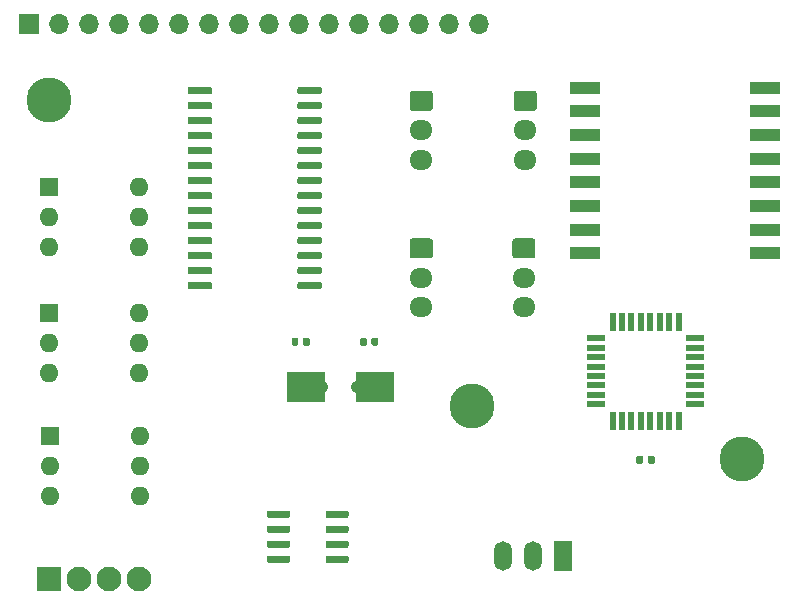
<source format=gbr>
G04 #@! TF.GenerationSoftware,KiCad,Pcbnew,(5.1.2)-2*
G04 #@! TF.CreationDate,2019-10-30T20:43:34-04:00*
G04 #@! TF.ProjectId,Thermostat_Layout,54686572-6d6f-4737-9461-745f4c61796f,rev?*
G04 #@! TF.SameCoordinates,Original*
G04 #@! TF.FileFunction,Soldermask,Bot*
G04 #@! TF.FilePolarity,Negative*
%FSLAX46Y46*%
G04 Gerber Fmt 4.6, Leading zero omitted, Abs format (unit mm)*
G04 Created by KiCad (PCBNEW (5.1.2)-2) date 2019-10-30 20:43:34*
%MOMM*%
%LPD*%
G04 APERTURE LIST*
%ADD10C,3.800000*%
%ADD11R,2.500000X1.000000*%
%ADD12R,3.325000X2.500000*%
%ADD13O,1.500000X2.500000*%
%ADD14R,1.500000X2.500000*%
%ADD15O,1.950000X1.700000*%
%ADD16C,0.100000*%
%ADD17C,1.700000*%
%ADD18C,0.600000*%
%ADD19O,1.600000X1.600000*%
%ADD20R,1.600000X1.600000*%
%ADD21R,1.500000X0.550000*%
%ADD22R,0.550000X1.500000*%
%ADD23C,1.051560*%
%ADD24O,1.700000X1.700000*%
%ADD25R,1.700000X1.700000*%
%ADD26C,2.100000*%
%ADD27R,2.100000X2.100000*%
%ADD28C,0.590000*%
G04 APERTURE END LIST*
D10*
X120300000Y-76800000D03*
X179000000Y-107200000D03*
X156100000Y-102700000D03*
D11*
X180900000Y-75800000D03*
X180900000Y-77800000D03*
X180900000Y-79800000D03*
X180900000Y-81800000D03*
X180900000Y-83800000D03*
X180900000Y-85800000D03*
X180900000Y-87800000D03*
X180900000Y-89800000D03*
X165700000Y-89800000D03*
X165700000Y-87800000D03*
X165700000Y-85800000D03*
X165700000Y-83800000D03*
X165700000Y-81800000D03*
X165700000Y-79800000D03*
X165700000Y-77800000D03*
X165700000Y-75800000D03*
D12*
X147912500Y-101100000D03*
X142087500Y-101100000D03*
D13*
X158720000Y-115400000D03*
X161260000Y-115400000D03*
D14*
X163800000Y-115400000D03*
D15*
X151800000Y-94400000D03*
X151800000Y-91900000D03*
D16*
G36*
X152549504Y-88551204D02*
G01*
X152573773Y-88554804D01*
X152597571Y-88560765D01*
X152620671Y-88569030D01*
X152642849Y-88579520D01*
X152663893Y-88592133D01*
X152683598Y-88606747D01*
X152701777Y-88623223D01*
X152718253Y-88641402D01*
X152732867Y-88661107D01*
X152745480Y-88682151D01*
X152755970Y-88704329D01*
X152764235Y-88727429D01*
X152770196Y-88751227D01*
X152773796Y-88775496D01*
X152775000Y-88800000D01*
X152775000Y-90000000D01*
X152773796Y-90024504D01*
X152770196Y-90048773D01*
X152764235Y-90072571D01*
X152755970Y-90095671D01*
X152745480Y-90117849D01*
X152732867Y-90138893D01*
X152718253Y-90158598D01*
X152701777Y-90176777D01*
X152683598Y-90193253D01*
X152663893Y-90207867D01*
X152642849Y-90220480D01*
X152620671Y-90230970D01*
X152597571Y-90239235D01*
X152573773Y-90245196D01*
X152549504Y-90248796D01*
X152525000Y-90250000D01*
X151075000Y-90250000D01*
X151050496Y-90248796D01*
X151026227Y-90245196D01*
X151002429Y-90239235D01*
X150979329Y-90230970D01*
X150957151Y-90220480D01*
X150936107Y-90207867D01*
X150916402Y-90193253D01*
X150898223Y-90176777D01*
X150881747Y-90158598D01*
X150867133Y-90138893D01*
X150854520Y-90117849D01*
X150844030Y-90095671D01*
X150835765Y-90072571D01*
X150829804Y-90048773D01*
X150826204Y-90024504D01*
X150825000Y-90000000D01*
X150825000Y-88800000D01*
X150826204Y-88775496D01*
X150829804Y-88751227D01*
X150835765Y-88727429D01*
X150844030Y-88704329D01*
X150854520Y-88682151D01*
X150867133Y-88661107D01*
X150881747Y-88641402D01*
X150898223Y-88623223D01*
X150916402Y-88606747D01*
X150936107Y-88592133D01*
X150957151Y-88579520D01*
X150979329Y-88569030D01*
X151002429Y-88560765D01*
X151026227Y-88554804D01*
X151050496Y-88551204D01*
X151075000Y-88550000D01*
X152525000Y-88550000D01*
X152549504Y-88551204D01*
X152549504Y-88551204D01*
G37*
D17*
X151800000Y-89400000D03*
D15*
X151800000Y-81900000D03*
X151800000Y-79400000D03*
D16*
G36*
X152549504Y-76051204D02*
G01*
X152573773Y-76054804D01*
X152597571Y-76060765D01*
X152620671Y-76069030D01*
X152642849Y-76079520D01*
X152663893Y-76092133D01*
X152683598Y-76106747D01*
X152701777Y-76123223D01*
X152718253Y-76141402D01*
X152732867Y-76161107D01*
X152745480Y-76182151D01*
X152755970Y-76204329D01*
X152764235Y-76227429D01*
X152770196Y-76251227D01*
X152773796Y-76275496D01*
X152775000Y-76300000D01*
X152775000Y-77500000D01*
X152773796Y-77524504D01*
X152770196Y-77548773D01*
X152764235Y-77572571D01*
X152755970Y-77595671D01*
X152745480Y-77617849D01*
X152732867Y-77638893D01*
X152718253Y-77658598D01*
X152701777Y-77676777D01*
X152683598Y-77693253D01*
X152663893Y-77707867D01*
X152642849Y-77720480D01*
X152620671Y-77730970D01*
X152597571Y-77739235D01*
X152573773Y-77745196D01*
X152549504Y-77748796D01*
X152525000Y-77750000D01*
X151075000Y-77750000D01*
X151050496Y-77748796D01*
X151026227Y-77745196D01*
X151002429Y-77739235D01*
X150979329Y-77730970D01*
X150957151Y-77720480D01*
X150936107Y-77707867D01*
X150916402Y-77693253D01*
X150898223Y-77676777D01*
X150881747Y-77658598D01*
X150867133Y-77638893D01*
X150854520Y-77617849D01*
X150844030Y-77595671D01*
X150835765Y-77572571D01*
X150829804Y-77548773D01*
X150826204Y-77524504D01*
X150825000Y-77500000D01*
X150825000Y-76300000D01*
X150826204Y-76275496D01*
X150829804Y-76251227D01*
X150835765Y-76227429D01*
X150844030Y-76204329D01*
X150854520Y-76182151D01*
X150867133Y-76161107D01*
X150881747Y-76141402D01*
X150898223Y-76123223D01*
X150916402Y-76106747D01*
X150936107Y-76092133D01*
X150957151Y-76079520D01*
X150979329Y-76069030D01*
X151002429Y-76060765D01*
X151026227Y-76054804D01*
X151050496Y-76051204D01*
X151075000Y-76050000D01*
X152525000Y-76050000D01*
X152549504Y-76051204D01*
X152549504Y-76051204D01*
G37*
D17*
X151800000Y-76900000D03*
D15*
X160600000Y-81900000D03*
X160600000Y-79400000D03*
D16*
G36*
X161349504Y-76051204D02*
G01*
X161373773Y-76054804D01*
X161397571Y-76060765D01*
X161420671Y-76069030D01*
X161442849Y-76079520D01*
X161463893Y-76092133D01*
X161483598Y-76106747D01*
X161501777Y-76123223D01*
X161518253Y-76141402D01*
X161532867Y-76161107D01*
X161545480Y-76182151D01*
X161555970Y-76204329D01*
X161564235Y-76227429D01*
X161570196Y-76251227D01*
X161573796Y-76275496D01*
X161575000Y-76300000D01*
X161575000Y-77500000D01*
X161573796Y-77524504D01*
X161570196Y-77548773D01*
X161564235Y-77572571D01*
X161555970Y-77595671D01*
X161545480Y-77617849D01*
X161532867Y-77638893D01*
X161518253Y-77658598D01*
X161501777Y-77676777D01*
X161483598Y-77693253D01*
X161463893Y-77707867D01*
X161442849Y-77720480D01*
X161420671Y-77730970D01*
X161397571Y-77739235D01*
X161373773Y-77745196D01*
X161349504Y-77748796D01*
X161325000Y-77750000D01*
X159875000Y-77750000D01*
X159850496Y-77748796D01*
X159826227Y-77745196D01*
X159802429Y-77739235D01*
X159779329Y-77730970D01*
X159757151Y-77720480D01*
X159736107Y-77707867D01*
X159716402Y-77693253D01*
X159698223Y-77676777D01*
X159681747Y-77658598D01*
X159667133Y-77638893D01*
X159654520Y-77617849D01*
X159644030Y-77595671D01*
X159635765Y-77572571D01*
X159629804Y-77548773D01*
X159626204Y-77524504D01*
X159625000Y-77500000D01*
X159625000Y-76300000D01*
X159626204Y-76275496D01*
X159629804Y-76251227D01*
X159635765Y-76227429D01*
X159644030Y-76204329D01*
X159654520Y-76182151D01*
X159667133Y-76161107D01*
X159681747Y-76141402D01*
X159698223Y-76123223D01*
X159716402Y-76106747D01*
X159736107Y-76092133D01*
X159757151Y-76079520D01*
X159779329Y-76069030D01*
X159802429Y-76060765D01*
X159826227Y-76054804D01*
X159850496Y-76051204D01*
X159875000Y-76050000D01*
X161325000Y-76050000D01*
X161349504Y-76051204D01*
X161349504Y-76051204D01*
G37*
D17*
X160600000Y-76900000D03*
D15*
X160500000Y-94400000D03*
X160500000Y-91900000D03*
D16*
G36*
X161249504Y-88551204D02*
G01*
X161273773Y-88554804D01*
X161297571Y-88560765D01*
X161320671Y-88569030D01*
X161342849Y-88579520D01*
X161363893Y-88592133D01*
X161383598Y-88606747D01*
X161401777Y-88623223D01*
X161418253Y-88641402D01*
X161432867Y-88661107D01*
X161445480Y-88682151D01*
X161455970Y-88704329D01*
X161464235Y-88727429D01*
X161470196Y-88751227D01*
X161473796Y-88775496D01*
X161475000Y-88800000D01*
X161475000Y-90000000D01*
X161473796Y-90024504D01*
X161470196Y-90048773D01*
X161464235Y-90072571D01*
X161455970Y-90095671D01*
X161445480Y-90117849D01*
X161432867Y-90138893D01*
X161418253Y-90158598D01*
X161401777Y-90176777D01*
X161383598Y-90193253D01*
X161363893Y-90207867D01*
X161342849Y-90220480D01*
X161320671Y-90230970D01*
X161297571Y-90239235D01*
X161273773Y-90245196D01*
X161249504Y-90248796D01*
X161225000Y-90250000D01*
X159775000Y-90250000D01*
X159750496Y-90248796D01*
X159726227Y-90245196D01*
X159702429Y-90239235D01*
X159679329Y-90230970D01*
X159657151Y-90220480D01*
X159636107Y-90207867D01*
X159616402Y-90193253D01*
X159598223Y-90176777D01*
X159581747Y-90158598D01*
X159567133Y-90138893D01*
X159554520Y-90117849D01*
X159544030Y-90095671D01*
X159535765Y-90072571D01*
X159529804Y-90048773D01*
X159526204Y-90024504D01*
X159525000Y-90000000D01*
X159525000Y-88800000D01*
X159526204Y-88775496D01*
X159529804Y-88751227D01*
X159535765Y-88727429D01*
X159544030Y-88704329D01*
X159554520Y-88682151D01*
X159567133Y-88661107D01*
X159581747Y-88641402D01*
X159598223Y-88623223D01*
X159616402Y-88606747D01*
X159636107Y-88592133D01*
X159657151Y-88579520D01*
X159679329Y-88569030D01*
X159702429Y-88560765D01*
X159726227Y-88554804D01*
X159750496Y-88551204D01*
X159775000Y-88550000D01*
X161225000Y-88550000D01*
X161249504Y-88551204D01*
X161249504Y-88551204D01*
G37*
D17*
X160500000Y-89400000D03*
D16*
G36*
X145514703Y-115405722D02*
G01*
X145529264Y-115407882D01*
X145543543Y-115411459D01*
X145557403Y-115416418D01*
X145570710Y-115422712D01*
X145583336Y-115430280D01*
X145595159Y-115439048D01*
X145606066Y-115448934D01*
X145615952Y-115459841D01*
X145624720Y-115471664D01*
X145632288Y-115484290D01*
X145638582Y-115497597D01*
X145643541Y-115511457D01*
X145647118Y-115525736D01*
X145649278Y-115540297D01*
X145650000Y-115555000D01*
X145650000Y-115855000D01*
X145649278Y-115869703D01*
X145647118Y-115884264D01*
X145643541Y-115898543D01*
X145638582Y-115912403D01*
X145632288Y-115925710D01*
X145624720Y-115938336D01*
X145615952Y-115950159D01*
X145606066Y-115961066D01*
X145595159Y-115970952D01*
X145583336Y-115979720D01*
X145570710Y-115987288D01*
X145557403Y-115993582D01*
X145543543Y-115998541D01*
X145529264Y-116002118D01*
X145514703Y-116004278D01*
X145500000Y-116005000D01*
X143850000Y-116005000D01*
X143835297Y-116004278D01*
X143820736Y-116002118D01*
X143806457Y-115998541D01*
X143792597Y-115993582D01*
X143779290Y-115987288D01*
X143766664Y-115979720D01*
X143754841Y-115970952D01*
X143743934Y-115961066D01*
X143734048Y-115950159D01*
X143725280Y-115938336D01*
X143717712Y-115925710D01*
X143711418Y-115912403D01*
X143706459Y-115898543D01*
X143702882Y-115884264D01*
X143700722Y-115869703D01*
X143700000Y-115855000D01*
X143700000Y-115555000D01*
X143700722Y-115540297D01*
X143702882Y-115525736D01*
X143706459Y-115511457D01*
X143711418Y-115497597D01*
X143717712Y-115484290D01*
X143725280Y-115471664D01*
X143734048Y-115459841D01*
X143743934Y-115448934D01*
X143754841Y-115439048D01*
X143766664Y-115430280D01*
X143779290Y-115422712D01*
X143792597Y-115416418D01*
X143806457Y-115411459D01*
X143820736Y-115407882D01*
X143835297Y-115405722D01*
X143850000Y-115405000D01*
X145500000Y-115405000D01*
X145514703Y-115405722D01*
X145514703Y-115405722D01*
G37*
D18*
X144675000Y-115705000D03*
D16*
G36*
X145514703Y-114135722D02*
G01*
X145529264Y-114137882D01*
X145543543Y-114141459D01*
X145557403Y-114146418D01*
X145570710Y-114152712D01*
X145583336Y-114160280D01*
X145595159Y-114169048D01*
X145606066Y-114178934D01*
X145615952Y-114189841D01*
X145624720Y-114201664D01*
X145632288Y-114214290D01*
X145638582Y-114227597D01*
X145643541Y-114241457D01*
X145647118Y-114255736D01*
X145649278Y-114270297D01*
X145650000Y-114285000D01*
X145650000Y-114585000D01*
X145649278Y-114599703D01*
X145647118Y-114614264D01*
X145643541Y-114628543D01*
X145638582Y-114642403D01*
X145632288Y-114655710D01*
X145624720Y-114668336D01*
X145615952Y-114680159D01*
X145606066Y-114691066D01*
X145595159Y-114700952D01*
X145583336Y-114709720D01*
X145570710Y-114717288D01*
X145557403Y-114723582D01*
X145543543Y-114728541D01*
X145529264Y-114732118D01*
X145514703Y-114734278D01*
X145500000Y-114735000D01*
X143850000Y-114735000D01*
X143835297Y-114734278D01*
X143820736Y-114732118D01*
X143806457Y-114728541D01*
X143792597Y-114723582D01*
X143779290Y-114717288D01*
X143766664Y-114709720D01*
X143754841Y-114700952D01*
X143743934Y-114691066D01*
X143734048Y-114680159D01*
X143725280Y-114668336D01*
X143717712Y-114655710D01*
X143711418Y-114642403D01*
X143706459Y-114628543D01*
X143702882Y-114614264D01*
X143700722Y-114599703D01*
X143700000Y-114585000D01*
X143700000Y-114285000D01*
X143700722Y-114270297D01*
X143702882Y-114255736D01*
X143706459Y-114241457D01*
X143711418Y-114227597D01*
X143717712Y-114214290D01*
X143725280Y-114201664D01*
X143734048Y-114189841D01*
X143743934Y-114178934D01*
X143754841Y-114169048D01*
X143766664Y-114160280D01*
X143779290Y-114152712D01*
X143792597Y-114146418D01*
X143806457Y-114141459D01*
X143820736Y-114137882D01*
X143835297Y-114135722D01*
X143850000Y-114135000D01*
X145500000Y-114135000D01*
X145514703Y-114135722D01*
X145514703Y-114135722D01*
G37*
D18*
X144675000Y-114435000D03*
D16*
G36*
X145514703Y-112865722D02*
G01*
X145529264Y-112867882D01*
X145543543Y-112871459D01*
X145557403Y-112876418D01*
X145570710Y-112882712D01*
X145583336Y-112890280D01*
X145595159Y-112899048D01*
X145606066Y-112908934D01*
X145615952Y-112919841D01*
X145624720Y-112931664D01*
X145632288Y-112944290D01*
X145638582Y-112957597D01*
X145643541Y-112971457D01*
X145647118Y-112985736D01*
X145649278Y-113000297D01*
X145650000Y-113015000D01*
X145650000Y-113315000D01*
X145649278Y-113329703D01*
X145647118Y-113344264D01*
X145643541Y-113358543D01*
X145638582Y-113372403D01*
X145632288Y-113385710D01*
X145624720Y-113398336D01*
X145615952Y-113410159D01*
X145606066Y-113421066D01*
X145595159Y-113430952D01*
X145583336Y-113439720D01*
X145570710Y-113447288D01*
X145557403Y-113453582D01*
X145543543Y-113458541D01*
X145529264Y-113462118D01*
X145514703Y-113464278D01*
X145500000Y-113465000D01*
X143850000Y-113465000D01*
X143835297Y-113464278D01*
X143820736Y-113462118D01*
X143806457Y-113458541D01*
X143792597Y-113453582D01*
X143779290Y-113447288D01*
X143766664Y-113439720D01*
X143754841Y-113430952D01*
X143743934Y-113421066D01*
X143734048Y-113410159D01*
X143725280Y-113398336D01*
X143717712Y-113385710D01*
X143711418Y-113372403D01*
X143706459Y-113358543D01*
X143702882Y-113344264D01*
X143700722Y-113329703D01*
X143700000Y-113315000D01*
X143700000Y-113015000D01*
X143700722Y-113000297D01*
X143702882Y-112985736D01*
X143706459Y-112971457D01*
X143711418Y-112957597D01*
X143717712Y-112944290D01*
X143725280Y-112931664D01*
X143734048Y-112919841D01*
X143743934Y-112908934D01*
X143754841Y-112899048D01*
X143766664Y-112890280D01*
X143779290Y-112882712D01*
X143792597Y-112876418D01*
X143806457Y-112871459D01*
X143820736Y-112867882D01*
X143835297Y-112865722D01*
X143850000Y-112865000D01*
X145500000Y-112865000D01*
X145514703Y-112865722D01*
X145514703Y-112865722D01*
G37*
D18*
X144675000Y-113165000D03*
D16*
G36*
X145514703Y-111595722D02*
G01*
X145529264Y-111597882D01*
X145543543Y-111601459D01*
X145557403Y-111606418D01*
X145570710Y-111612712D01*
X145583336Y-111620280D01*
X145595159Y-111629048D01*
X145606066Y-111638934D01*
X145615952Y-111649841D01*
X145624720Y-111661664D01*
X145632288Y-111674290D01*
X145638582Y-111687597D01*
X145643541Y-111701457D01*
X145647118Y-111715736D01*
X145649278Y-111730297D01*
X145650000Y-111745000D01*
X145650000Y-112045000D01*
X145649278Y-112059703D01*
X145647118Y-112074264D01*
X145643541Y-112088543D01*
X145638582Y-112102403D01*
X145632288Y-112115710D01*
X145624720Y-112128336D01*
X145615952Y-112140159D01*
X145606066Y-112151066D01*
X145595159Y-112160952D01*
X145583336Y-112169720D01*
X145570710Y-112177288D01*
X145557403Y-112183582D01*
X145543543Y-112188541D01*
X145529264Y-112192118D01*
X145514703Y-112194278D01*
X145500000Y-112195000D01*
X143850000Y-112195000D01*
X143835297Y-112194278D01*
X143820736Y-112192118D01*
X143806457Y-112188541D01*
X143792597Y-112183582D01*
X143779290Y-112177288D01*
X143766664Y-112169720D01*
X143754841Y-112160952D01*
X143743934Y-112151066D01*
X143734048Y-112140159D01*
X143725280Y-112128336D01*
X143717712Y-112115710D01*
X143711418Y-112102403D01*
X143706459Y-112088543D01*
X143702882Y-112074264D01*
X143700722Y-112059703D01*
X143700000Y-112045000D01*
X143700000Y-111745000D01*
X143700722Y-111730297D01*
X143702882Y-111715736D01*
X143706459Y-111701457D01*
X143711418Y-111687597D01*
X143717712Y-111674290D01*
X143725280Y-111661664D01*
X143734048Y-111649841D01*
X143743934Y-111638934D01*
X143754841Y-111629048D01*
X143766664Y-111620280D01*
X143779290Y-111612712D01*
X143792597Y-111606418D01*
X143806457Y-111601459D01*
X143820736Y-111597882D01*
X143835297Y-111595722D01*
X143850000Y-111595000D01*
X145500000Y-111595000D01*
X145514703Y-111595722D01*
X145514703Y-111595722D01*
G37*
D18*
X144675000Y-111895000D03*
D16*
G36*
X140564703Y-111595722D02*
G01*
X140579264Y-111597882D01*
X140593543Y-111601459D01*
X140607403Y-111606418D01*
X140620710Y-111612712D01*
X140633336Y-111620280D01*
X140645159Y-111629048D01*
X140656066Y-111638934D01*
X140665952Y-111649841D01*
X140674720Y-111661664D01*
X140682288Y-111674290D01*
X140688582Y-111687597D01*
X140693541Y-111701457D01*
X140697118Y-111715736D01*
X140699278Y-111730297D01*
X140700000Y-111745000D01*
X140700000Y-112045000D01*
X140699278Y-112059703D01*
X140697118Y-112074264D01*
X140693541Y-112088543D01*
X140688582Y-112102403D01*
X140682288Y-112115710D01*
X140674720Y-112128336D01*
X140665952Y-112140159D01*
X140656066Y-112151066D01*
X140645159Y-112160952D01*
X140633336Y-112169720D01*
X140620710Y-112177288D01*
X140607403Y-112183582D01*
X140593543Y-112188541D01*
X140579264Y-112192118D01*
X140564703Y-112194278D01*
X140550000Y-112195000D01*
X138900000Y-112195000D01*
X138885297Y-112194278D01*
X138870736Y-112192118D01*
X138856457Y-112188541D01*
X138842597Y-112183582D01*
X138829290Y-112177288D01*
X138816664Y-112169720D01*
X138804841Y-112160952D01*
X138793934Y-112151066D01*
X138784048Y-112140159D01*
X138775280Y-112128336D01*
X138767712Y-112115710D01*
X138761418Y-112102403D01*
X138756459Y-112088543D01*
X138752882Y-112074264D01*
X138750722Y-112059703D01*
X138750000Y-112045000D01*
X138750000Y-111745000D01*
X138750722Y-111730297D01*
X138752882Y-111715736D01*
X138756459Y-111701457D01*
X138761418Y-111687597D01*
X138767712Y-111674290D01*
X138775280Y-111661664D01*
X138784048Y-111649841D01*
X138793934Y-111638934D01*
X138804841Y-111629048D01*
X138816664Y-111620280D01*
X138829290Y-111612712D01*
X138842597Y-111606418D01*
X138856457Y-111601459D01*
X138870736Y-111597882D01*
X138885297Y-111595722D01*
X138900000Y-111595000D01*
X140550000Y-111595000D01*
X140564703Y-111595722D01*
X140564703Y-111595722D01*
G37*
D18*
X139725000Y-111895000D03*
D16*
G36*
X140564703Y-112865722D02*
G01*
X140579264Y-112867882D01*
X140593543Y-112871459D01*
X140607403Y-112876418D01*
X140620710Y-112882712D01*
X140633336Y-112890280D01*
X140645159Y-112899048D01*
X140656066Y-112908934D01*
X140665952Y-112919841D01*
X140674720Y-112931664D01*
X140682288Y-112944290D01*
X140688582Y-112957597D01*
X140693541Y-112971457D01*
X140697118Y-112985736D01*
X140699278Y-113000297D01*
X140700000Y-113015000D01*
X140700000Y-113315000D01*
X140699278Y-113329703D01*
X140697118Y-113344264D01*
X140693541Y-113358543D01*
X140688582Y-113372403D01*
X140682288Y-113385710D01*
X140674720Y-113398336D01*
X140665952Y-113410159D01*
X140656066Y-113421066D01*
X140645159Y-113430952D01*
X140633336Y-113439720D01*
X140620710Y-113447288D01*
X140607403Y-113453582D01*
X140593543Y-113458541D01*
X140579264Y-113462118D01*
X140564703Y-113464278D01*
X140550000Y-113465000D01*
X138900000Y-113465000D01*
X138885297Y-113464278D01*
X138870736Y-113462118D01*
X138856457Y-113458541D01*
X138842597Y-113453582D01*
X138829290Y-113447288D01*
X138816664Y-113439720D01*
X138804841Y-113430952D01*
X138793934Y-113421066D01*
X138784048Y-113410159D01*
X138775280Y-113398336D01*
X138767712Y-113385710D01*
X138761418Y-113372403D01*
X138756459Y-113358543D01*
X138752882Y-113344264D01*
X138750722Y-113329703D01*
X138750000Y-113315000D01*
X138750000Y-113015000D01*
X138750722Y-113000297D01*
X138752882Y-112985736D01*
X138756459Y-112971457D01*
X138761418Y-112957597D01*
X138767712Y-112944290D01*
X138775280Y-112931664D01*
X138784048Y-112919841D01*
X138793934Y-112908934D01*
X138804841Y-112899048D01*
X138816664Y-112890280D01*
X138829290Y-112882712D01*
X138842597Y-112876418D01*
X138856457Y-112871459D01*
X138870736Y-112867882D01*
X138885297Y-112865722D01*
X138900000Y-112865000D01*
X140550000Y-112865000D01*
X140564703Y-112865722D01*
X140564703Y-112865722D01*
G37*
D18*
X139725000Y-113165000D03*
D16*
G36*
X140564703Y-114135722D02*
G01*
X140579264Y-114137882D01*
X140593543Y-114141459D01*
X140607403Y-114146418D01*
X140620710Y-114152712D01*
X140633336Y-114160280D01*
X140645159Y-114169048D01*
X140656066Y-114178934D01*
X140665952Y-114189841D01*
X140674720Y-114201664D01*
X140682288Y-114214290D01*
X140688582Y-114227597D01*
X140693541Y-114241457D01*
X140697118Y-114255736D01*
X140699278Y-114270297D01*
X140700000Y-114285000D01*
X140700000Y-114585000D01*
X140699278Y-114599703D01*
X140697118Y-114614264D01*
X140693541Y-114628543D01*
X140688582Y-114642403D01*
X140682288Y-114655710D01*
X140674720Y-114668336D01*
X140665952Y-114680159D01*
X140656066Y-114691066D01*
X140645159Y-114700952D01*
X140633336Y-114709720D01*
X140620710Y-114717288D01*
X140607403Y-114723582D01*
X140593543Y-114728541D01*
X140579264Y-114732118D01*
X140564703Y-114734278D01*
X140550000Y-114735000D01*
X138900000Y-114735000D01*
X138885297Y-114734278D01*
X138870736Y-114732118D01*
X138856457Y-114728541D01*
X138842597Y-114723582D01*
X138829290Y-114717288D01*
X138816664Y-114709720D01*
X138804841Y-114700952D01*
X138793934Y-114691066D01*
X138784048Y-114680159D01*
X138775280Y-114668336D01*
X138767712Y-114655710D01*
X138761418Y-114642403D01*
X138756459Y-114628543D01*
X138752882Y-114614264D01*
X138750722Y-114599703D01*
X138750000Y-114585000D01*
X138750000Y-114285000D01*
X138750722Y-114270297D01*
X138752882Y-114255736D01*
X138756459Y-114241457D01*
X138761418Y-114227597D01*
X138767712Y-114214290D01*
X138775280Y-114201664D01*
X138784048Y-114189841D01*
X138793934Y-114178934D01*
X138804841Y-114169048D01*
X138816664Y-114160280D01*
X138829290Y-114152712D01*
X138842597Y-114146418D01*
X138856457Y-114141459D01*
X138870736Y-114137882D01*
X138885297Y-114135722D01*
X138900000Y-114135000D01*
X140550000Y-114135000D01*
X140564703Y-114135722D01*
X140564703Y-114135722D01*
G37*
D18*
X139725000Y-114435000D03*
D16*
G36*
X140564703Y-115405722D02*
G01*
X140579264Y-115407882D01*
X140593543Y-115411459D01*
X140607403Y-115416418D01*
X140620710Y-115422712D01*
X140633336Y-115430280D01*
X140645159Y-115439048D01*
X140656066Y-115448934D01*
X140665952Y-115459841D01*
X140674720Y-115471664D01*
X140682288Y-115484290D01*
X140688582Y-115497597D01*
X140693541Y-115511457D01*
X140697118Y-115525736D01*
X140699278Y-115540297D01*
X140700000Y-115555000D01*
X140700000Y-115855000D01*
X140699278Y-115869703D01*
X140697118Y-115884264D01*
X140693541Y-115898543D01*
X140688582Y-115912403D01*
X140682288Y-115925710D01*
X140674720Y-115938336D01*
X140665952Y-115950159D01*
X140656066Y-115961066D01*
X140645159Y-115970952D01*
X140633336Y-115979720D01*
X140620710Y-115987288D01*
X140607403Y-115993582D01*
X140593543Y-115998541D01*
X140579264Y-116002118D01*
X140564703Y-116004278D01*
X140550000Y-116005000D01*
X138900000Y-116005000D01*
X138885297Y-116004278D01*
X138870736Y-116002118D01*
X138856457Y-115998541D01*
X138842597Y-115993582D01*
X138829290Y-115987288D01*
X138816664Y-115979720D01*
X138804841Y-115970952D01*
X138793934Y-115961066D01*
X138784048Y-115950159D01*
X138775280Y-115938336D01*
X138767712Y-115925710D01*
X138761418Y-115912403D01*
X138756459Y-115898543D01*
X138752882Y-115884264D01*
X138750722Y-115869703D01*
X138750000Y-115855000D01*
X138750000Y-115555000D01*
X138750722Y-115540297D01*
X138752882Y-115525736D01*
X138756459Y-115511457D01*
X138761418Y-115497597D01*
X138767712Y-115484290D01*
X138775280Y-115471664D01*
X138784048Y-115459841D01*
X138793934Y-115448934D01*
X138804841Y-115439048D01*
X138816664Y-115430280D01*
X138829290Y-115422712D01*
X138842597Y-115416418D01*
X138856457Y-115411459D01*
X138870736Y-115407882D01*
X138885297Y-115405722D01*
X138900000Y-115405000D01*
X140550000Y-115405000D01*
X140564703Y-115405722D01*
X140564703Y-115405722D01*
G37*
D18*
X139725000Y-115705000D03*
D19*
X127920000Y-94900000D03*
X120300000Y-99980000D03*
X127920000Y-97440000D03*
X120300000Y-97440000D03*
X127920000Y-99980000D03*
D20*
X120300000Y-94900000D03*
D16*
G36*
X133939703Y-75745722D02*
G01*
X133954264Y-75747882D01*
X133968543Y-75751459D01*
X133982403Y-75756418D01*
X133995710Y-75762712D01*
X134008336Y-75770280D01*
X134020159Y-75779048D01*
X134031066Y-75788934D01*
X134040952Y-75799841D01*
X134049720Y-75811664D01*
X134057288Y-75824290D01*
X134063582Y-75837597D01*
X134068541Y-75851457D01*
X134072118Y-75865736D01*
X134074278Y-75880297D01*
X134075000Y-75895000D01*
X134075000Y-76195000D01*
X134074278Y-76209703D01*
X134072118Y-76224264D01*
X134068541Y-76238543D01*
X134063582Y-76252403D01*
X134057288Y-76265710D01*
X134049720Y-76278336D01*
X134040952Y-76290159D01*
X134031066Y-76301066D01*
X134020159Y-76310952D01*
X134008336Y-76319720D01*
X133995710Y-76327288D01*
X133982403Y-76333582D01*
X133968543Y-76338541D01*
X133954264Y-76342118D01*
X133939703Y-76344278D01*
X133925000Y-76345000D01*
X132175000Y-76345000D01*
X132160297Y-76344278D01*
X132145736Y-76342118D01*
X132131457Y-76338541D01*
X132117597Y-76333582D01*
X132104290Y-76327288D01*
X132091664Y-76319720D01*
X132079841Y-76310952D01*
X132068934Y-76301066D01*
X132059048Y-76290159D01*
X132050280Y-76278336D01*
X132042712Y-76265710D01*
X132036418Y-76252403D01*
X132031459Y-76238543D01*
X132027882Y-76224264D01*
X132025722Y-76209703D01*
X132025000Y-76195000D01*
X132025000Y-75895000D01*
X132025722Y-75880297D01*
X132027882Y-75865736D01*
X132031459Y-75851457D01*
X132036418Y-75837597D01*
X132042712Y-75824290D01*
X132050280Y-75811664D01*
X132059048Y-75799841D01*
X132068934Y-75788934D01*
X132079841Y-75779048D01*
X132091664Y-75770280D01*
X132104290Y-75762712D01*
X132117597Y-75756418D01*
X132131457Y-75751459D01*
X132145736Y-75747882D01*
X132160297Y-75745722D01*
X132175000Y-75745000D01*
X133925000Y-75745000D01*
X133939703Y-75745722D01*
X133939703Y-75745722D01*
G37*
D18*
X133050000Y-76045000D03*
D16*
G36*
X133939703Y-77015722D02*
G01*
X133954264Y-77017882D01*
X133968543Y-77021459D01*
X133982403Y-77026418D01*
X133995710Y-77032712D01*
X134008336Y-77040280D01*
X134020159Y-77049048D01*
X134031066Y-77058934D01*
X134040952Y-77069841D01*
X134049720Y-77081664D01*
X134057288Y-77094290D01*
X134063582Y-77107597D01*
X134068541Y-77121457D01*
X134072118Y-77135736D01*
X134074278Y-77150297D01*
X134075000Y-77165000D01*
X134075000Y-77465000D01*
X134074278Y-77479703D01*
X134072118Y-77494264D01*
X134068541Y-77508543D01*
X134063582Y-77522403D01*
X134057288Y-77535710D01*
X134049720Y-77548336D01*
X134040952Y-77560159D01*
X134031066Y-77571066D01*
X134020159Y-77580952D01*
X134008336Y-77589720D01*
X133995710Y-77597288D01*
X133982403Y-77603582D01*
X133968543Y-77608541D01*
X133954264Y-77612118D01*
X133939703Y-77614278D01*
X133925000Y-77615000D01*
X132175000Y-77615000D01*
X132160297Y-77614278D01*
X132145736Y-77612118D01*
X132131457Y-77608541D01*
X132117597Y-77603582D01*
X132104290Y-77597288D01*
X132091664Y-77589720D01*
X132079841Y-77580952D01*
X132068934Y-77571066D01*
X132059048Y-77560159D01*
X132050280Y-77548336D01*
X132042712Y-77535710D01*
X132036418Y-77522403D01*
X132031459Y-77508543D01*
X132027882Y-77494264D01*
X132025722Y-77479703D01*
X132025000Y-77465000D01*
X132025000Y-77165000D01*
X132025722Y-77150297D01*
X132027882Y-77135736D01*
X132031459Y-77121457D01*
X132036418Y-77107597D01*
X132042712Y-77094290D01*
X132050280Y-77081664D01*
X132059048Y-77069841D01*
X132068934Y-77058934D01*
X132079841Y-77049048D01*
X132091664Y-77040280D01*
X132104290Y-77032712D01*
X132117597Y-77026418D01*
X132131457Y-77021459D01*
X132145736Y-77017882D01*
X132160297Y-77015722D01*
X132175000Y-77015000D01*
X133925000Y-77015000D01*
X133939703Y-77015722D01*
X133939703Y-77015722D01*
G37*
D18*
X133050000Y-77315000D03*
D16*
G36*
X133939703Y-78285722D02*
G01*
X133954264Y-78287882D01*
X133968543Y-78291459D01*
X133982403Y-78296418D01*
X133995710Y-78302712D01*
X134008336Y-78310280D01*
X134020159Y-78319048D01*
X134031066Y-78328934D01*
X134040952Y-78339841D01*
X134049720Y-78351664D01*
X134057288Y-78364290D01*
X134063582Y-78377597D01*
X134068541Y-78391457D01*
X134072118Y-78405736D01*
X134074278Y-78420297D01*
X134075000Y-78435000D01*
X134075000Y-78735000D01*
X134074278Y-78749703D01*
X134072118Y-78764264D01*
X134068541Y-78778543D01*
X134063582Y-78792403D01*
X134057288Y-78805710D01*
X134049720Y-78818336D01*
X134040952Y-78830159D01*
X134031066Y-78841066D01*
X134020159Y-78850952D01*
X134008336Y-78859720D01*
X133995710Y-78867288D01*
X133982403Y-78873582D01*
X133968543Y-78878541D01*
X133954264Y-78882118D01*
X133939703Y-78884278D01*
X133925000Y-78885000D01*
X132175000Y-78885000D01*
X132160297Y-78884278D01*
X132145736Y-78882118D01*
X132131457Y-78878541D01*
X132117597Y-78873582D01*
X132104290Y-78867288D01*
X132091664Y-78859720D01*
X132079841Y-78850952D01*
X132068934Y-78841066D01*
X132059048Y-78830159D01*
X132050280Y-78818336D01*
X132042712Y-78805710D01*
X132036418Y-78792403D01*
X132031459Y-78778543D01*
X132027882Y-78764264D01*
X132025722Y-78749703D01*
X132025000Y-78735000D01*
X132025000Y-78435000D01*
X132025722Y-78420297D01*
X132027882Y-78405736D01*
X132031459Y-78391457D01*
X132036418Y-78377597D01*
X132042712Y-78364290D01*
X132050280Y-78351664D01*
X132059048Y-78339841D01*
X132068934Y-78328934D01*
X132079841Y-78319048D01*
X132091664Y-78310280D01*
X132104290Y-78302712D01*
X132117597Y-78296418D01*
X132131457Y-78291459D01*
X132145736Y-78287882D01*
X132160297Y-78285722D01*
X132175000Y-78285000D01*
X133925000Y-78285000D01*
X133939703Y-78285722D01*
X133939703Y-78285722D01*
G37*
D18*
X133050000Y-78585000D03*
D16*
G36*
X133939703Y-79555722D02*
G01*
X133954264Y-79557882D01*
X133968543Y-79561459D01*
X133982403Y-79566418D01*
X133995710Y-79572712D01*
X134008336Y-79580280D01*
X134020159Y-79589048D01*
X134031066Y-79598934D01*
X134040952Y-79609841D01*
X134049720Y-79621664D01*
X134057288Y-79634290D01*
X134063582Y-79647597D01*
X134068541Y-79661457D01*
X134072118Y-79675736D01*
X134074278Y-79690297D01*
X134075000Y-79705000D01*
X134075000Y-80005000D01*
X134074278Y-80019703D01*
X134072118Y-80034264D01*
X134068541Y-80048543D01*
X134063582Y-80062403D01*
X134057288Y-80075710D01*
X134049720Y-80088336D01*
X134040952Y-80100159D01*
X134031066Y-80111066D01*
X134020159Y-80120952D01*
X134008336Y-80129720D01*
X133995710Y-80137288D01*
X133982403Y-80143582D01*
X133968543Y-80148541D01*
X133954264Y-80152118D01*
X133939703Y-80154278D01*
X133925000Y-80155000D01*
X132175000Y-80155000D01*
X132160297Y-80154278D01*
X132145736Y-80152118D01*
X132131457Y-80148541D01*
X132117597Y-80143582D01*
X132104290Y-80137288D01*
X132091664Y-80129720D01*
X132079841Y-80120952D01*
X132068934Y-80111066D01*
X132059048Y-80100159D01*
X132050280Y-80088336D01*
X132042712Y-80075710D01*
X132036418Y-80062403D01*
X132031459Y-80048543D01*
X132027882Y-80034264D01*
X132025722Y-80019703D01*
X132025000Y-80005000D01*
X132025000Y-79705000D01*
X132025722Y-79690297D01*
X132027882Y-79675736D01*
X132031459Y-79661457D01*
X132036418Y-79647597D01*
X132042712Y-79634290D01*
X132050280Y-79621664D01*
X132059048Y-79609841D01*
X132068934Y-79598934D01*
X132079841Y-79589048D01*
X132091664Y-79580280D01*
X132104290Y-79572712D01*
X132117597Y-79566418D01*
X132131457Y-79561459D01*
X132145736Y-79557882D01*
X132160297Y-79555722D01*
X132175000Y-79555000D01*
X133925000Y-79555000D01*
X133939703Y-79555722D01*
X133939703Y-79555722D01*
G37*
D18*
X133050000Y-79855000D03*
D16*
G36*
X133939703Y-80825722D02*
G01*
X133954264Y-80827882D01*
X133968543Y-80831459D01*
X133982403Y-80836418D01*
X133995710Y-80842712D01*
X134008336Y-80850280D01*
X134020159Y-80859048D01*
X134031066Y-80868934D01*
X134040952Y-80879841D01*
X134049720Y-80891664D01*
X134057288Y-80904290D01*
X134063582Y-80917597D01*
X134068541Y-80931457D01*
X134072118Y-80945736D01*
X134074278Y-80960297D01*
X134075000Y-80975000D01*
X134075000Y-81275000D01*
X134074278Y-81289703D01*
X134072118Y-81304264D01*
X134068541Y-81318543D01*
X134063582Y-81332403D01*
X134057288Y-81345710D01*
X134049720Y-81358336D01*
X134040952Y-81370159D01*
X134031066Y-81381066D01*
X134020159Y-81390952D01*
X134008336Y-81399720D01*
X133995710Y-81407288D01*
X133982403Y-81413582D01*
X133968543Y-81418541D01*
X133954264Y-81422118D01*
X133939703Y-81424278D01*
X133925000Y-81425000D01*
X132175000Y-81425000D01*
X132160297Y-81424278D01*
X132145736Y-81422118D01*
X132131457Y-81418541D01*
X132117597Y-81413582D01*
X132104290Y-81407288D01*
X132091664Y-81399720D01*
X132079841Y-81390952D01*
X132068934Y-81381066D01*
X132059048Y-81370159D01*
X132050280Y-81358336D01*
X132042712Y-81345710D01*
X132036418Y-81332403D01*
X132031459Y-81318543D01*
X132027882Y-81304264D01*
X132025722Y-81289703D01*
X132025000Y-81275000D01*
X132025000Y-80975000D01*
X132025722Y-80960297D01*
X132027882Y-80945736D01*
X132031459Y-80931457D01*
X132036418Y-80917597D01*
X132042712Y-80904290D01*
X132050280Y-80891664D01*
X132059048Y-80879841D01*
X132068934Y-80868934D01*
X132079841Y-80859048D01*
X132091664Y-80850280D01*
X132104290Y-80842712D01*
X132117597Y-80836418D01*
X132131457Y-80831459D01*
X132145736Y-80827882D01*
X132160297Y-80825722D01*
X132175000Y-80825000D01*
X133925000Y-80825000D01*
X133939703Y-80825722D01*
X133939703Y-80825722D01*
G37*
D18*
X133050000Y-81125000D03*
D16*
G36*
X133939703Y-82095722D02*
G01*
X133954264Y-82097882D01*
X133968543Y-82101459D01*
X133982403Y-82106418D01*
X133995710Y-82112712D01*
X134008336Y-82120280D01*
X134020159Y-82129048D01*
X134031066Y-82138934D01*
X134040952Y-82149841D01*
X134049720Y-82161664D01*
X134057288Y-82174290D01*
X134063582Y-82187597D01*
X134068541Y-82201457D01*
X134072118Y-82215736D01*
X134074278Y-82230297D01*
X134075000Y-82245000D01*
X134075000Y-82545000D01*
X134074278Y-82559703D01*
X134072118Y-82574264D01*
X134068541Y-82588543D01*
X134063582Y-82602403D01*
X134057288Y-82615710D01*
X134049720Y-82628336D01*
X134040952Y-82640159D01*
X134031066Y-82651066D01*
X134020159Y-82660952D01*
X134008336Y-82669720D01*
X133995710Y-82677288D01*
X133982403Y-82683582D01*
X133968543Y-82688541D01*
X133954264Y-82692118D01*
X133939703Y-82694278D01*
X133925000Y-82695000D01*
X132175000Y-82695000D01*
X132160297Y-82694278D01*
X132145736Y-82692118D01*
X132131457Y-82688541D01*
X132117597Y-82683582D01*
X132104290Y-82677288D01*
X132091664Y-82669720D01*
X132079841Y-82660952D01*
X132068934Y-82651066D01*
X132059048Y-82640159D01*
X132050280Y-82628336D01*
X132042712Y-82615710D01*
X132036418Y-82602403D01*
X132031459Y-82588543D01*
X132027882Y-82574264D01*
X132025722Y-82559703D01*
X132025000Y-82545000D01*
X132025000Y-82245000D01*
X132025722Y-82230297D01*
X132027882Y-82215736D01*
X132031459Y-82201457D01*
X132036418Y-82187597D01*
X132042712Y-82174290D01*
X132050280Y-82161664D01*
X132059048Y-82149841D01*
X132068934Y-82138934D01*
X132079841Y-82129048D01*
X132091664Y-82120280D01*
X132104290Y-82112712D01*
X132117597Y-82106418D01*
X132131457Y-82101459D01*
X132145736Y-82097882D01*
X132160297Y-82095722D01*
X132175000Y-82095000D01*
X133925000Y-82095000D01*
X133939703Y-82095722D01*
X133939703Y-82095722D01*
G37*
D18*
X133050000Y-82395000D03*
D16*
G36*
X133939703Y-83365722D02*
G01*
X133954264Y-83367882D01*
X133968543Y-83371459D01*
X133982403Y-83376418D01*
X133995710Y-83382712D01*
X134008336Y-83390280D01*
X134020159Y-83399048D01*
X134031066Y-83408934D01*
X134040952Y-83419841D01*
X134049720Y-83431664D01*
X134057288Y-83444290D01*
X134063582Y-83457597D01*
X134068541Y-83471457D01*
X134072118Y-83485736D01*
X134074278Y-83500297D01*
X134075000Y-83515000D01*
X134075000Y-83815000D01*
X134074278Y-83829703D01*
X134072118Y-83844264D01*
X134068541Y-83858543D01*
X134063582Y-83872403D01*
X134057288Y-83885710D01*
X134049720Y-83898336D01*
X134040952Y-83910159D01*
X134031066Y-83921066D01*
X134020159Y-83930952D01*
X134008336Y-83939720D01*
X133995710Y-83947288D01*
X133982403Y-83953582D01*
X133968543Y-83958541D01*
X133954264Y-83962118D01*
X133939703Y-83964278D01*
X133925000Y-83965000D01*
X132175000Y-83965000D01*
X132160297Y-83964278D01*
X132145736Y-83962118D01*
X132131457Y-83958541D01*
X132117597Y-83953582D01*
X132104290Y-83947288D01*
X132091664Y-83939720D01*
X132079841Y-83930952D01*
X132068934Y-83921066D01*
X132059048Y-83910159D01*
X132050280Y-83898336D01*
X132042712Y-83885710D01*
X132036418Y-83872403D01*
X132031459Y-83858543D01*
X132027882Y-83844264D01*
X132025722Y-83829703D01*
X132025000Y-83815000D01*
X132025000Y-83515000D01*
X132025722Y-83500297D01*
X132027882Y-83485736D01*
X132031459Y-83471457D01*
X132036418Y-83457597D01*
X132042712Y-83444290D01*
X132050280Y-83431664D01*
X132059048Y-83419841D01*
X132068934Y-83408934D01*
X132079841Y-83399048D01*
X132091664Y-83390280D01*
X132104290Y-83382712D01*
X132117597Y-83376418D01*
X132131457Y-83371459D01*
X132145736Y-83367882D01*
X132160297Y-83365722D01*
X132175000Y-83365000D01*
X133925000Y-83365000D01*
X133939703Y-83365722D01*
X133939703Y-83365722D01*
G37*
D18*
X133050000Y-83665000D03*
D16*
G36*
X133939703Y-84635722D02*
G01*
X133954264Y-84637882D01*
X133968543Y-84641459D01*
X133982403Y-84646418D01*
X133995710Y-84652712D01*
X134008336Y-84660280D01*
X134020159Y-84669048D01*
X134031066Y-84678934D01*
X134040952Y-84689841D01*
X134049720Y-84701664D01*
X134057288Y-84714290D01*
X134063582Y-84727597D01*
X134068541Y-84741457D01*
X134072118Y-84755736D01*
X134074278Y-84770297D01*
X134075000Y-84785000D01*
X134075000Y-85085000D01*
X134074278Y-85099703D01*
X134072118Y-85114264D01*
X134068541Y-85128543D01*
X134063582Y-85142403D01*
X134057288Y-85155710D01*
X134049720Y-85168336D01*
X134040952Y-85180159D01*
X134031066Y-85191066D01*
X134020159Y-85200952D01*
X134008336Y-85209720D01*
X133995710Y-85217288D01*
X133982403Y-85223582D01*
X133968543Y-85228541D01*
X133954264Y-85232118D01*
X133939703Y-85234278D01*
X133925000Y-85235000D01*
X132175000Y-85235000D01*
X132160297Y-85234278D01*
X132145736Y-85232118D01*
X132131457Y-85228541D01*
X132117597Y-85223582D01*
X132104290Y-85217288D01*
X132091664Y-85209720D01*
X132079841Y-85200952D01*
X132068934Y-85191066D01*
X132059048Y-85180159D01*
X132050280Y-85168336D01*
X132042712Y-85155710D01*
X132036418Y-85142403D01*
X132031459Y-85128543D01*
X132027882Y-85114264D01*
X132025722Y-85099703D01*
X132025000Y-85085000D01*
X132025000Y-84785000D01*
X132025722Y-84770297D01*
X132027882Y-84755736D01*
X132031459Y-84741457D01*
X132036418Y-84727597D01*
X132042712Y-84714290D01*
X132050280Y-84701664D01*
X132059048Y-84689841D01*
X132068934Y-84678934D01*
X132079841Y-84669048D01*
X132091664Y-84660280D01*
X132104290Y-84652712D01*
X132117597Y-84646418D01*
X132131457Y-84641459D01*
X132145736Y-84637882D01*
X132160297Y-84635722D01*
X132175000Y-84635000D01*
X133925000Y-84635000D01*
X133939703Y-84635722D01*
X133939703Y-84635722D01*
G37*
D18*
X133050000Y-84935000D03*
D16*
G36*
X133939703Y-85905722D02*
G01*
X133954264Y-85907882D01*
X133968543Y-85911459D01*
X133982403Y-85916418D01*
X133995710Y-85922712D01*
X134008336Y-85930280D01*
X134020159Y-85939048D01*
X134031066Y-85948934D01*
X134040952Y-85959841D01*
X134049720Y-85971664D01*
X134057288Y-85984290D01*
X134063582Y-85997597D01*
X134068541Y-86011457D01*
X134072118Y-86025736D01*
X134074278Y-86040297D01*
X134075000Y-86055000D01*
X134075000Y-86355000D01*
X134074278Y-86369703D01*
X134072118Y-86384264D01*
X134068541Y-86398543D01*
X134063582Y-86412403D01*
X134057288Y-86425710D01*
X134049720Y-86438336D01*
X134040952Y-86450159D01*
X134031066Y-86461066D01*
X134020159Y-86470952D01*
X134008336Y-86479720D01*
X133995710Y-86487288D01*
X133982403Y-86493582D01*
X133968543Y-86498541D01*
X133954264Y-86502118D01*
X133939703Y-86504278D01*
X133925000Y-86505000D01*
X132175000Y-86505000D01*
X132160297Y-86504278D01*
X132145736Y-86502118D01*
X132131457Y-86498541D01*
X132117597Y-86493582D01*
X132104290Y-86487288D01*
X132091664Y-86479720D01*
X132079841Y-86470952D01*
X132068934Y-86461066D01*
X132059048Y-86450159D01*
X132050280Y-86438336D01*
X132042712Y-86425710D01*
X132036418Y-86412403D01*
X132031459Y-86398543D01*
X132027882Y-86384264D01*
X132025722Y-86369703D01*
X132025000Y-86355000D01*
X132025000Y-86055000D01*
X132025722Y-86040297D01*
X132027882Y-86025736D01*
X132031459Y-86011457D01*
X132036418Y-85997597D01*
X132042712Y-85984290D01*
X132050280Y-85971664D01*
X132059048Y-85959841D01*
X132068934Y-85948934D01*
X132079841Y-85939048D01*
X132091664Y-85930280D01*
X132104290Y-85922712D01*
X132117597Y-85916418D01*
X132131457Y-85911459D01*
X132145736Y-85907882D01*
X132160297Y-85905722D01*
X132175000Y-85905000D01*
X133925000Y-85905000D01*
X133939703Y-85905722D01*
X133939703Y-85905722D01*
G37*
D18*
X133050000Y-86205000D03*
D16*
G36*
X133939703Y-87175722D02*
G01*
X133954264Y-87177882D01*
X133968543Y-87181459D01*
X133982403Y-87186418D01*
X133995710Y-87192712D01*
X134008336Y-87200280D01*
X134020159Y-87209048D01*
X134031066Y-87218934D01*
X134040952Y-87229841D01*
X134049720Y-87241664D01*
X134057288Y-87254290D01*
X134063582Y-87267597D01*
X134068541Y-87281457D01*
X134072118Y-87295736D01*
X134074278Y-87310297D01*
X134075000Y-87325000D01*
X134075000Y-87625000D01*
X134074278Y-87639703D01*
X134072118Y-87654264D01*
X134068541Y-87668543D01*
X134063582Y-87682403D01*
X134057288Y-87695710D01*
X134049720Y-87708336D01*
X134040952Y-87720159D01*
X134031066Y-87731066D01*
X134020159Y-87740952D01*
X134008336Y-87749720D01*
X133995710Y-87757288D01*
X133982403Y-87763582D01*
X133968543Y-87768541D01*
X133954264Y-87772118D01*
X133939703Y-87774278D01*
X133925000Y-87775000D01*
X132175000Y-87775000D01*
X132160297Y-87774278D01*
X132145736Y-87772118D01*
X132131457Y-87768541D01*
X132117597Y-87763582D01*
X132104290Y-87757288D01*
X132091664Y-87749720D01*
X132079841Y-87740952D01*
X132068934Y-87731066D01*
X132059048Y-87720159D01*
X132050280Y-87708336D01*
X132042712Y-87695710D01*
X132036418Y-87682403D01*
X132031459Y-87668543D01*
X132027882Y-87654264D01*
X132025722Y-87639703D01*
X132025000Y-87625000D01*
X132025000Y-87325000D01*
X132025722Y-87310297D01*
X132027882Y-87295736D01*
X132031459Y-87281457D01*
X132036418Y-87267597D01*
X132042712Y-87254290D01*
X132050280Y-87241664D01*
X132059048Y-87229841D01*
X132068934Y-87218934D01*
X132079841Y-87209048D01*
X132091664Y-87200280D01*
X132104290Y-87192712D01*
X132117597Y-87186418D01*
X132131457Y-87181459D01*
X132145736Y-87177882D01*
X132160297Y-87175722D01*
X132175000Y-87175000D01*
X133925000Y-87175000D01*
X133939703Y-87175722D01*
X133939703Y-87175722D01*
G37*
D18*
X133050000Y-87475000D03*
D16*
G36*
X133939703Y-88445722D02*
G01*
X133954264Y-88447882D01*
X133968543Y-88451459D01*
X133982403Y-88456418D01*
X133995710Y-88462712D01*
X134008336Y-88470280D01*
X134020159Y-88479048D01*
X134031066Y-88488934D01*
X134040952Y-88499841D01*
X134049720Y-88511664D01*
X134057288Y-88524290D01*
X134063582Y-88537597D01*
X134068541Y-88551457D01*
X134072118Y-88565736D01*
X134074278Y-88580297D01*
X134075000Y-88595000D01*
X134075000Y-88895000D01*
X134074278Y-88909703D01*
X134072118Y-88924264D01*
X134068541Y-88938543D01*
X134063582Y-88952403D01*
X134057288Y-88965710D01*
X134049720Y-88978336D01*
X134040952Y-88990159D01*
X134031066Y-89001066D01*
X134020159Y-89010952D01*
X134008336Y-89019720D01*
X133995710Y-89027288D01*
X133982403Y-89033582D01*
X133968543Y-89038541D01*
X133954264Y-89042118D01*
X133939703Y-89044278D01*
X133925000Y-89045000D01*
X132175000Y-89045000D01*
X132160297Y-89044278D01*
X132145736Y-89042118D01*
X132131457Y-89038541D01*
X132117597Y-89033582D01*
X132104290Y-89027288D01*
X132091664Y-89019720D01*
X132079841Y-89010952D01*
X132068934Y-89001066D01*
X132059048Y-88990159D01*
X132050280Y-88978336D01*
X132042712Y-88965710D01*
X132036418Y-88952403D01*
X132031459Y-88938543D01*
X132027882Y-88924264D01*
X132025722Y-88909703D01*
X132025000Y-88895000D01*
X132025000Y-88595000D01*
X132025722Y-88580297D01*
X132027882Y-88565736D01*
X132031459Y-88551457D01*
X132036418Y-88537597D01*
X132042712Y-88524290D01*
X132050280Y-88511664D01*
X132059048Y-88499841D01*
X132068934Y-88488934D01*
X132079841Y-88479048D01*
X132091664Y-88470280D01*
X132104290Y-88462712D01*
X132117597Y-88456418D01*
X132131457Y-88451459D01*
X132145736Y-88447882D01*
X132160297Y-88445722D01*
X132175000Y-88445000D01*
X133925000Y-88445000D01*
X133939703Y-88445722D01*
X133939703Y-88445722D01*
G37*
D18*
X133050000Y-88745000D03*
D16*
G36*
X133939703Y-89715722D02*
G01*
X133954264Y-89717882D01*
X133968543Y-89721459D01*
X133982403Y-89726418D01*
X133995710Y-89732712D01*
X134008336Y-89740280D01*
X134020159Y-89749048D01*
X134031066Y-89758934D01*
X134040952Y-89769841D01*
X134049720Y-89781664D01*
X134057288Y-89794290D01*
X134063582Y-89807597D01*
X134068541Y-89821457D01*
X134072118Y-89835736D01*
X134074278Y-89850297D01*
X134075000Y-89865000D01*
X134075000Y-90165000D01*
X134074278Y-90179703D01*
X134072118Y-90194264D01*
X134068541Y-90208543D01*
X134063582Y-90222403D01*
X134057288Y-90235710D01*
X134049720Y-90248336D01*
X134040952Y-90260159D01*
X134031066Y-90271066D01*
X134020159Y-90280952D01*
X134008336Y-90289720D01*
X133995710Y-90297288D01*
X133982403Y-90303582D01*
X133968543Y-90308541D01*
X133954264Y-90312118D01*
X133939703Y-90314278D01*
X133925000Y-90315000D01*
X132175000Y-90315000D01*
X132160297Y-90314278D01*
X132145736Y-90312118D01*
X132131457Y-90308541D01*
X132117597Y-90303582D01*
X132104290Y-90297288D01*
X132091664Y-90289720D01*
X132079841Y-90280952D01*
X132068934Y-90271066D01*
X132059048Y-90260159D01*
X132050280Y-90248336D01*
X132042712Y-90235710D01*
X132036418Y-90222403D01*
X132031459Y-90208543D01*
X132027882Y-90194264D01*
X132025722Y-90179703D01*
X132025000Y-90165000D01*
X132025000Y-89865000D01*
X132025722Y-89850297D01*
X132027882Y-89835736D01*
X132031459Y-89821457D01*
X132036418Y-89807597D01*
X132042712Y-89794290D01*
X132050280Y-89781664D01*
X132059048Y-89769841D01*
X132068934Y-89758934D01*
X132079841Y-89749048D01*
X132091664Y-89740280D01*
X132104290Y-89732712D01*
X132117597Y-89726418D01*
X132131457Y-89721459D01*
X132145736Y-89717882D01*
X132160297Y-89715722D01*
X132175000Y-89715000D01*
X133925000Y-89715000D01*
X133939703Y-89715722D01*
X133939703Y-89715722D01*
G37*
D18*
X133050000Y-90015000D03*
D16*
G36*
X133939703Y-90985722D02*
G01*
X133954264Y-90987882D01*
X133968543Y-90991459D01*
X133982403Y-90996418D01*
X133995710Y-91002712D01*
X134008336Y-91010280D01*
X134020159Y-91019048D01*
X134031066Y-91028934D01*
X134040952Y-91039841D01*
X134049720Y-91051664D01*
X134057288Y-91064290D01*
X134063582Y-91077597D01*
X134068541Y-91091457D01*
X134072118Y-91105736D01*
X134074278Y-91120297D01*
X134075000Y-91135000D01*
X134075000Y-91435000D01*
X134074278Y-91449703D01*
X134072118Y-91464264D01*
X134068541Y-91478543D01*
X134063582Y-91492403D01*
X134057288Y-91505710D01*
X134049720Y-91518336D01*
X134040952Y-91530159D01*
X134031066Y-91541066D01*
X134020159Y-91550952D01*
X134008336Y-91559720D01*
X133995710Y-91567288D01*
X133982403Y-91573582D01*
X133968543Y-91578541D01*
X133954264Y-91582118D01*
X133939703Y-91584278D01*
X133925000Y-91585000D01*
X132175000Y-91585000D01*
X132160297Y-91584278D01*
X132145736Y-91582118D01*
X132131457Y-91578541D01*
X132117597Y-91573582D01*
X132104290Y-91567288D01*
X132091664Y-91559720D01*
X132079841Y-91550952D01*
X132068934Y-91541066D01*
X132059048Y-91530159D01*
X132050280Y-91518336D01*
X132042712Y-91505710D01*
X132036418Y-91492403D01*
X132031459Y-91478543D01*
X132027882Y-91464264D01*
X132025722Y-91449703D01*
X132025000Y-91435000D01*
X132025000Y-91135000D01*
X132025722Y-91120297D01*
X132027882Y-91105736D01*
X132031459Y-91091457D01*
X132036418Y-91077597D01*
X132042712Y-91064290D01*
X132050280Y-91051664D01*
X132059048Y-91039841D01*
X132068934Y-91028934D01*
X132079841Y-91019048D01*
X132091664Y-91010280D01*
X132104290Y-91002712D01*
X132117597Y-90996418D01*
X132131457Y-90991459D01*
X132145736Y-90987882D01*
X132160297Y-90985722D01*
X132175000Y-90985000D01*
X133925000Y-90985000D01*
X133939703Y-90985722D01*
X133939703Y-90985722D01*
G37*
D18*
X133050000Y-91285000D03*
D16*
G36*
X133939703Y-92255722D02*
G01*
X133954264Y-92257882D01*
X133968543Y-92261459D01*
X133982403Y-92266418D01*
X133995710Y-92272712D01*
X134008336Y-92280280D01*
X134020159Y-92289048D01*
X134031066Y-92298934D01*
X134040952Y-92309841D01*
X134049720Y-92321664D01*
X134057288Y-92334290D01*
X134063582Y-92347597D01*
X134068541Y-92361457D01*
X134072118Y-92375736D01*
X134074278Y-92390297D01*
X134075000Y-92405000D01*
X134075000Y-92705000D01*
X134074278Y-92719703D01*
X134072118Y-92734264D01*
X134068541Y-92748543D01*
X134063582Y-92762403D01*
X134057288Y-92775710D01*
X134049720Y-92788336D01*
X134040952Y-92800159D01*
X134031066Y-92811066D01*
X134020159Y-92820952D01*
X134008336Y-92829720D01*
X133995710Y-92837288D01*
X133982403Y-92843582D01*
X133968543Y-92848541D01*
X133954264Y-92852118D01*
X133939703Y-92854278D01*
X133925000Y-92855000D01*
X132175000Y-92855000D01*
X132160297Y-92854278D01*
X132145736Y-92852118D01*
X132131457Y-92848541D01*
X132117597Y-92843582D01*
X132104290Y-92837288D01*
X132091664Y-92829720D01*
X132079841Y-92820952D01*
X132068934Y-92811066D01*
X132059048Y-92800159D01*
X132050280Y-92788336D01*
X132042712Y-92775710D01*
X132036418Y-92762403D01*
X132031459Y-92748543D01*
X132027882Y-92734264D01*
X132025722Y-92719703D01*
X132025000Y-92705000D01*
X132025000Y-92405000D01*
X132025722Y-92390297D01*
X132027882Y-92375736D01*
X132031459Y-92361457D01*
X132036418Y-92347597D01*
X132042712Y-92334290D01*
X132050280Y-92321664D01*
X132059048Y-92309841D01*
X132068934Y-92298934D01*
X132079841Y-92289048D01*
X132091664Y-92280280D01*
X132104290Y-92272712D01*
X132117597Y-92266418D01*
X132131457Y-92261459D01*
X132145736Y-92257882D01*
X132160297Y-92255722D01*
X132175000Y-92255000D01*
X133925000Y-92255000D01*
X133939703Y-92255722D01*
X133939703Y-92255722D01*
G37*
D18*
X133050000Y-92555000D03*
D16*
G36*
X143239703Y-92255722D02*
G01*
X143254264Y-92257882D01*
X143268543Y-92261459D01*
X143282403Y-92266418D01*
X143295710Y-92272712D01*
X143308336Y-92280280D01*
X143320159Y-92289048D01*
X143331066Y-92298934D01*
X143340952Y-92309841D01*
X143349720Y-92321664D01*
X143357288Y-92334290D01*
X143363582Y-92347597D01*
X143368541Y-92361457D01*
X143372118Y-92375736D01*
X143374278Y-92390297D01*
X143375000Y-92405000D01*
X143375000Y-92705000D01*
X143374278Y-92719703D01*
X143372118Y-92734264D01*
X143368541Y-92748543D01*
X143363582Y-92762403D01*
X143357288Y-92775710D01*
X143349720Y-92788336D01*
X143340952Y-92800159D01*
X143331066Y-92811066D01*
X143320159Y-92820952D01*
X143308336Y-92829720D01*
X143295710Y-92837288D01*
X143282403Y-92843582D01*
X143268543Y-92848541D01*
X143254264Y-92852118D01*
X143239703Y-92854278D01*
X143225000Y-92855000D01*
X141475000Y-92855000D01*
X141460297Y-92854278D01*
X141445736Y-92852118D01*
X141431457Y-92848541D01*
X141417597Y-92843582D01*
X141404290Y-92837288D01*
X141391664Y-92829720D01*
X141379841Y-92820952D01*
X141368934Y-92811066D01*
X141359048Y-92800159D01*
X141350280Y-92788336D01*
X141342712Y-92775710D01*
X141336418Y-92762403D01*
X141331459Y-92748543D01*
X141327882Y-92734264D01*
X141325722Y-92719703D01*
X141325000Y-92705000D01*
X141325000Y-92405000D01*
X141325722Y-92390297D01*
X141327882Y-92375736D01*
X141331459Y-92361457D01*
X141336418Y-92347597D01*
X141342712Y-92334290D01*
X141350280Y-92321664D01*
X141359048Y-92309841D01*
X141368934Y-92298934D01*
X141379841Y-92289048D01*
X141391664Y-92280280D01*
X141404290Y-92272712D01*
X141417597Y-92266418D01*
X141431457Y-92261459D01*
X141445736Y-92257882D01*
X141460297Y-92255722D01*
X141475000Y-92255000D01*
X143225000Y-92255000D01*
X143239703Y-92255722D01*
X143239703Y-92255722D01*
G37*
D18*
X142350000Y-92555000D03*
D16*
G36*
X143239703Y-90985722D02*
G01*
X143254264Y-90987882D01*
X143268543Y-90991459D01*
X143282403Y-90996418D01*
X143295710Y-91002712D01*
X143308336Y-91010280D01*
X143320159Y-91019048D01*
X143331066Y-91028934D01*
X143340952Y-91039841D01*
X143349720Y-91051664D01*
X143357288Y-91064290D01*
X143363582Y-91077597D01*
X143368541Y-91091457D01*
X143372118Y-91105736D01*
X143374278Y-91120297D01*
X143375000Y-91135000D01*
X143375000Y-91435000D01*
X143374278Y-91449703D01*
X143372118Y-91464264D01*
X143368541Y-91478543D01*
X143363582Y-91492403D01*
X143357288Y-91505710D01*
X143349720Y-91518336D01*
X143340952Y-91530159D01*
X143331066Y-91541066D01*
X143320159Y-91550952D01*
X143308336Y-91559720D01*
X143295710Y-91567288D01*
X143282403Y-91573582D01*
X143268543Y-91578541D01*
X143254264Y-91582118D01*
X143239703Y-91584278D01*
X143225000Y-91585000D01*
X141475000Y-91585000D01*
X141460297Y-91584278D01*
X141445736Y-91582118D01*
X141431457Y-91578541D01*
X141417597Y-91573582D01*
X141404290Y-91567288D01*
X141391664Y-91559720D01*
X141379841Y-91550952D01*
X141368934Y-91541066D01*
X141359048Y-91530159D01*
X141350280Y-91518336D01*
X141342712Y-91505710D01*
X141336418Y-91492403D01*
X141331459Y-91478543D01*
X141327882Y-91464264D01*
X141325722Y-91449703D01*
X141325000Y-91435000D01*
X141325000Y-91135000D01*
X141325722Y-91120297D01*
X141327882Y-91105736D01*
X141331459Y-91091457D01*
X141336418Y-91077597D01*
X141342712Y-91064290D01*
X141350280Y-91051664D01*
X141359048Y-91039841D01*
X141368934Y-91028934D01*
X141379841Y-91019048D01*
X141391664Y-91010280D01*
X141404290Y-91002712D01*
X141417597Y-90996418D01*
X141431457Y-90991459D01*
X141445736Y-90987882D01*
X141460297Y-90985722D01*
X141475000Y-90985000D01*
X143225000Y-90985000D01*
X143239703Y-90985722D01*
X143239703Y-90985722D01*
G37*
D18*
X142350000Y-91285000D03*
D16*
G36*
X143239703Y-89715722D02*
G01*
X143254264Y-89717882D01*
X143268543Y-89721459D01*
X143282403Y-89726418D01*
X143295710Y-89732712D01*
X143308336Y-89740280D01*
X143320159Y-89749048D01*
X143331066Y-89758934D01*
X143340952Y-89769841D01*
X143349720Y-89781664D01*
X143357288Y-89794290D01*
X143363582Y-89807597D01*
X143368541Y-89821457D01*
X143372118Y-89835736D01*
X143374278Y-89850297D01*
X143375000Y-89865000D01*
X143375000Y-90165000D01*
X143374278Y-90179703D01*
X143372118Y-90194264D01*
X143368541Y-90208543D01*
X143363582Y-90222403D01*
X143357288Y-90235710D01*
X143349720Y-90248336D01*
X143340952Y-90260159D01*
X143331066Y-90271066D01*
X143320159Y-90280952D01*
X143308336Y-90289720D01*
X143295710Y-90297288D01*
X143282403Y-90303582D01*
X143268543Y-90308541D01*
X143254264Y-90312118D01*
X143239703Y-90314278D01*
X143225000Y-90315000D01*
X141475000Y-90315000D01*
X141460297Y-90314278D01*
X141445736Y-90312118D01*
X141431457Y-90308541D01*
X141417597Y-90303582D01*
X141404290Y-90297288D01*
X141391664Y-90289720D01*
X141379841Y-90280952D01*
X141368934Y-90271066D01*
X141359048Y-90260159D01*
X141350280Y-90248336D01*
X141342712Y-90235710D01*
X141336418Y-90222403D01*
X141331459Y-90208543D01*
X141327882Y-90194264D01*
X141325722Y-90179703D01*
X141325000Y-90165000D01*
X141325000Y-89865000D01*
X141325722Y-89850297D01*
X141327882Y-89835736D01*
X141331459Y-89821457D01*
X141336418Y-89807597D01*
X141342712Y-89794290D01*
X141350280Y-89781664D01*
X141359048Y-89769841D01*
X141368934Y-89758934D01*
X141379841Y-89749048D01*
X141391664Y-89740280D01*
X141404290Y-89732712D01*
X141417597Y-89726418D01*
X141431457Y-89721459D01*
X141445736Y-89717882D01*
X141460297Y-89715722D01*
X141475000Y-89715000D01*
X143225000Y-89715000D01*
X143239703Y-89715722D01*
X143239703Y-89715722D01*
G37*
D18*
X142350000Y-90015000D03*
D16*
G36*
X143239703Y-88445722D02*
G01*
X143254264Y-88447882D01*
X143268543Y-88451459D01*
X143282403Y-88456418D01*
X143295710Y-88462712D01*
X143308336Y-88470280D01*
X143320159Y-88479048D01*
X143331066Y-88488934D01*
X143340952Y-88499841D01*
X143349720Y-88511664D01*
X143357288Y-88524290D01*
X143363582Y-88537597D01*
X143368541Y-88551457D01*
X143372118Y-88565736D01*
X143374278Y-88580297D01*
X143375000Y-88595000D01*
X143375000Y-88895000D01*
X143374278Y-88909703D01*
X143372118Y-88924264D01*
X143368541Y-88938543D01*
X143363582Y-88952403D01*
X143357288Y-88965710D01*
X143349720Y-88978336D01*
X143340952Y-88990159D01*
X143331066Y-89001066D01*
X143320159Y-89010952D01*
X143308336Y-89019720D01*
X143295710Y-89027288D01*
X143282403Y-89033582D01*
X143268543Y-89038541D01*
X143254264Y-89042118D01*
X143239703Y-89044278D01*
X143225000Y-89045000D01*
X141475000Y-89045000D01*
X141460297Y-89044278D01*
X141445736Y-89042118D01*
X141431457Y-89038541D01*
X141417597Y-89033582D01*
X141404290Y-89027288D01*
X141391664Y-89019720D01*
X141379841Y-89010952D01*
X141368934Y-89001066D01*
X141359048Y-88990159D01*
X141350280Y-88978336D01*
X141342712Y-88965710D01*
X141336418Y-88952403D01*
X141331459Y-88938543D01*
X141327882Y-88924264D01*
X141325722Y-88909703D01*
X141325000Y-88895000D01*
X141325000Y-88595000D01*
X141325722Y-88580297D01*
X141327882Y-88565736D01*
X141331459Y-88551457D01*
X141336418Y-88537597D01*
X141342712Y-88524290D01*
X141350280Y-88511664D01*
X141359048Y-88499841D01*
X141368934Y-88488934D01*
X141379841Y-88479048D01*
X141391664Y-88470280D01*
X141404290Y-88462712D01*
X141417597Y-88456418D01*
X141431457Y-88451459D01*
X141445736Y-88447882D01*
X141460297Y-88445722D01*
X141475000Y-88445000D01*
X143225000Y-88445000D01*
X143239703Y-88445722D01*
X143239703Y-88445722D01*
G37*
D18*
X142350000Y-88745000D03*
D16*
G36*
X143239703Y-87175722D02*
G01*
X143254264Y-87177882D01*
X143268543Y-87181459D01*
X143282403Y-87186418D01*
X143295710Y-87192712D01*
X143308336Y-87200280D01*
X143320159Y-87209048D01*
X143331066Y-87218934D01*
X143340952Y-87229841D01*
X143349720Y-87241664D01*
X143357288Y-87254290D01*
X143363582Y-87267597D01*
X143368541Y-87281457D01*
X143372118Y-87295736D01*
X143374278Y-87310297D01*
X143375000Y-87325000D01*
X143375000Y-87625000D01*
X143374278Y-87639703D01*
X143372118Y-87654264D01*
X143368541Y-87668543D01*
X143363582Y-87682403D01*
X143357288Y-87695710D01*
X143349720Y-87708336D01*
X143340952Y-87720159D01*
X143331066Y-87731066D01*
X143320159Y-87740952D01*
X143308336Y-87749720D01*
X143295710Y-87757288D01*
X143282403Y-87763582D01*
X143268543Y-87768541D01*
X143254264Y-87772118D01*
X143239703Y-87774278D01*
X143225000Y-87775000D01*
X141475000Y-87775000D01*
X141460297Y-87774278D01*
X141445736Y-87772118D01*
X141431457Y-87768541D01*
X141417597Y-87763582D01*
X141404290Y-87757288D01*
X141391664Y-87749720D01*
X141379841Y-87740952D01*
X141368934Y-87731066D01*
X141359048Y-87720159D01*
X141350280Y-87708336D01*
X141342712Y-87695710D01*
X141336418Y-87682403D01*
X141331459Y-87668543D01*
X141327882Y-87654264D01*
X141325722Y-87639703D01*
X141325000Y-87625000D01*
X141325000Y-87325000D01*
X141325722Y-87310297D01*
X141327882Y-87295736D01*
X141331459Y-87281457D01*
X141336418Y-87267597D01*
X141342712Y-87254290D01*
X141350280Y-87241664D01*
X141359048Y-87229841D01*
X141368934Y-87218934D01*
X141379841Y-87209048D01*
X141391664Y-87200280D01*
X141404290Y-87192712D01*
X141417597Y-87186418D01*
X141431457Y-87181459D01*
X141445736Y-87177882D01*
X141460297Y-87175722D01*
X141475000Y-87175000D01*
X143225000Y-87175000D01*
X143239703Y-87175722D01*
X143239703Y-87175722D01*
G37*
D18*
X142350000Y-87475000D03*
D16*
G36*
X143239703Y-85905722D02*
G01*
X143254264Y-85907882D01*
X143268543Y-85911459D01*
X143282403Y-85916418D01*
X143295710Y-85922712D01*
X143308336Y-85930280D01*
X143320159Y-85939048D01*
X143331066Y-85948934D01*
X143340952Y-85959841D01*
X143349720Y-85971664D01*
X143357288Y-85984290D01*
X143363582Y-85997597D01*
X143368541Y-86011457D01*
X143372118Y-86025736D01*
X143374278Y-86040297D01*
X143375000Y-86055000D01*
X143375000Y-86355000D01*
X143374278Y-86369703D01*
X143372118Y-86384264D01*
X143368541Y-86398543D01*
X143363582Y-86412403D01*
X143357288Y-86425710D01*
X143349720Y-86438336D01*
X143340952Y-86450159D01*
X143331066Y-86461066D01*
X143320159Y-86470952D01*
X143308336Y-86479720D01*
X143295710Y-86487288D01*
X143282403Y-86493582D01*
X143268543Y-86498541D01*
X143254264Y-86502118D01*
X143239703Y-86504278D01*
X143225000Y-86505000D01*
X141475000Y-86505000D01*
X141460297Y-86504278D01*
X141445736Y-86502118D01*
X141431457Y-86498541D01*
X141417597Y-86493582D01*
X141404290Y-86487288D01*
X141391664Y-86479720D01*
X141379841Y-86470952D01*
X141368934Y-86461066D01*
X141359048Y-86450159D01*
X141350280Y-86438336D01*
X141342712Y-86425710D01*
X141336418Y-86412403D01*
X141331459Y-86398543D01*
X141327882Y-86384264D01*
X141325722Y-86369703D01*
X141325000Y-86355000D01*
X141325000Y-86055000D01*
X141325722Y-86040297D01*
X141327882Y-86025736D01*
X141331459Y-86011457D01*
X141336418Y-85997597D01*
X141342712Y-85984290D01*
X141350280Y-85971664D01*
X141359048Y-85959841D01*
X141368934Y-85948934D01*
X141379841Y-85939048D01*
X141391664Y-85930280D01*
X141404290Y-85922712D01*
X141417597Y-85916418D01*
X141431457Y-85911459D01*
X141445736Y-85907882D01*
X141460297Y-85905722D01*
X141475000Y-85905000D01*
X143225000Y-85905000D01*
X143239703Y-85905722D01*
X143239703Y-85905722D01*
G37*
D18*
X142350000Y-86205000D03*
D16*
G36*
X143239703Y-84635722D02*
G01*
X143254264Y-84637882D01*
X143268543Y-84641459D01*
X143282403Y-84646418D01*
X143295710Y-84652712D01*
X143308336Y-84660280D01*
X143320159Y-84669048D01*
X143331066Y-84678934D01*
X143340952Y-84689841D01*
X143349720Y-84701664D01*
X143357288Y-84714290D01*
X143363582Y-84727597D01*
X143368541Y-84741457D01*
X143372118Y-84755736D01*
X143374278Y-84770297D01*
X143375000Y-84785000D01*
X143375000Y-85085000D01*
X143374278Y-85099703D01*
X143372118Y-85114264D01*
X143368541Y-85128543D01*
X143363582Y-85142403D01*
X143357288Y-85155710D01*
X143349720Y-85168336D01*
X143340952Y-85180159D01*
X143331066Y-85191066D01*
X143320159Y-85200952D01*
X143308336Y-85209720D01*
X143295710Y-85217288D01*
X143282403Y-85223582D01*
X143268543Y-85228541D01*
X143254264Y-85232118D01*
X143239703Y-85234278D01*
X143225000Y-85235000D01*
X141475000Y-85235000D01*
X141460297Y-85234278D01*
X141445736Y-85232118D01*
X141431457Y-85228541D01*
X141417597Y-85223582D01*
X141404290Y-85217288D01*
X141391664Y-85209720D01*
X141379841Y-85200952D01*
X141368934Y-85191066D01*
X141359048Y-85180159D01*
X141350280Y-85168336D01*
X141342712Y-85155710D01*
X141336418Y-85142403D01*
X141331459Y-85128543D01*
X141327882Y-85114264D01*
X141325722Y-85099703D01*
X141325000Y-85085000D01*
X141325000Y-84785000D01*
X141325722Y-84770297D01*
X141327882Y-84755736D01*
X141331459Y-84741457D01*
X141336418Y-84727597D01*
X141342712Y-84714290D01*
X141350280Y-84701664D01*
X141359048Y-84689841D01*
X141368934Y-84678934D01*
X141379841Y-84669048D01*
X141391664Y-84660280D01*
X141404290Y-84652712D01*
X141417597Y-84646418D01*
X141431457Y-84641459D01*
X141445736Y-84637882D01*
X141460297Y-84635722D01*
X141475000Y-84635000D01*
X143225000Y-84635000D01*
X143239703Y-84635722D01*
X143239703Y-84635722D01*
G37*
D18*
X142350000Y-84935000D03*
D16*
G36*
X143239703Y-83365722D02*
G01*
X143254264Y-83367882D01*
X143268543Y-83371459D01*
X143282403Y-83376418D01*
X143295710Y-83382712D01*
X143308336Y-83390280D01*
X143320159Y-83399048D01*
X143331066Y-83408934D01*
X143340952Y-83419841D01*
X143349720Y-83431664D01*
X143357288Y-83444290D01*
X143363582Y-83457597D01*
X143368541Y-83471457D01*
X143372118Y-83485736D01*
X143374278Y-83500297D01*
X143375000Y-83515000D01*
X143375000Y-83815000D01*
X143374278Y-83829703D01*
X143372118Y-83844264D01*
X143368541Y-83858543D01*
X143363582Y-83872403D01*
X143357288Y-83885710D01*
X143349720Y-83898336D01*
X143340952Y-83910159D01*
X143331066Y-83921066D01*
X143320159Y-83930952D01*
X143308336Y-83939720D01*
X143295710Y-83947288D01*
X143282403Y-83953582D01*
X143268543Y-83958541D01*
X143254264Y-83962118D01*
X143239703Y-83964278D01*
X143225000Y-83965000D01*
X141475000Y-83965000D01*
X141460297Y-83964278D01*
X141445736Y-83962118D01*
X141431457Y-83958541D01*
X141417597Y-83953582D01*
X141404290Y-83947288D01*
X141391664Y-83939720D01*
X141379841Y-83930952D01*
X141368934Y-83921066D01*
X141359048Y-83910159D01*
X141350280Y-83898336D01*
X141342712Y-83885710D01*
X141336418Y-83872403D01*
X141331459Y-83858543D01*
X141327882Y-83844264D01*
X141325722Y-83829703D01*
X141325000Y-83815000D01*
X141325000Y-83515000D01*
X141325722Y-83500297D01*
X141327882Y-83485736D01*
X141331459Y-83471457D01*
X141336418Y-83457597D01*
X141342712Y-83444290D01*
X141350280Y-83431664D01*
X141359048Y-83419841D01*
X141368934Y-83408934D01*
X141379841Y-83399048D01*
X141391664Y-83390280D01*
X141404290Y-83382712D01*
X141417597Y-83376418D01*
X141431457Y-83371459D01*
X141445736Y-83367882D01*
X141460297Y-83365722D01*
X141475000Y-83365000D01*
X143225000Y-83365000D01*
X143239703Y-83365722D01*
X143239703Y-83365722D01*
G37*
D18*
X142350000Y-83665000D03*
D16*
G36*
X143239703Y-82095722D02*
G01*
X143254264Y-82097882D01*
X143268543Y-82101459D01*
X143282403Y-82106418D01*
X143295710Y-82112712D01*
X143308336Y-82120280D01*
X143320159Y-82129048D01*
X143331066Y-82138934D01*
X143340952Y-82149841D01*
X143349720Y-82161664D01*
X143357288Y-82174290D01*
X143363582Y-82187597D01*
X143368541Y-82201457D01*
X143372118Y-82215736D01*
X143374278Y-82230297D01*
X143375000Y-82245000D01*
X143375000Y-82545000D01*
X143374278Y-82559703D01*
X143372118Y-82574264D01*
X143368541Y-82588543D01*
X143363582Y-82602403D01*
X143357288Y-82615710D01*
X143349720Y-82628336D01*
X143340952Y-82640159D01*
X143331066Y-82651066D01*
X143320159Y-82660952D01*
X143308336Y-82669720D01*
X143295710Y-82677288D01*
X143282403Y-82683582D01*
X143268543Y-82688541D01*
X143254264Y-82692118D01*
X143239703Y-82694278D01*
X143225000Y-82695000D01*
X141475000Y-82695000D01*
X141460297Y-82694278D01*
X141445736Y-82692118D01*
X141431457Y-82688541D01*
X141417597Y-82683582D01*
X141404290Y-82677288D01*
X141391664Y-82669720D01*
X141379841Y-82660952D01*
X141368934Y-82651066D01*
X141359048Y-82640159D01*
X141350280Y-82628336D01*
X141342712Y-82615710D01*
X141336418Y-82602403D01*
X141331459Y-82588543D01*
X141327882Y-82574264D01*
X141325722Y-82559703D01*
X141325000Y-82545000D01*
X141325000Y-82245000D01*
X141325722Y-82230297D01*
X141327882Y-82215736D01*
X141331459Y-82201457D01*
X141336418Y-82187597D01*
X141342712Y-82174290D01*
X141350280Y-82161664D01*
X141359048Y-82149841D01*
X141368934Y-82138934D01*
X141379841Y-82129048D01*
X141391664Y-82120280D01*
X141404290Y-82112712D01*
X141417597Y-82106418D01*
X141431457Y-82101459D01*
X141445736Y-82097882D01*
X141460297Y-82095722D01*
X141475000Y-82095000D01*
X143225000Y-82095000D01*
X143239703Y-82095722D01*
X143239703Y-82095722D01*
G37*
D18*
X142350000Y-82395000D03*
D16*
G36*
X143239703Y-80825722D02*
G01*
X143254264Y-80827882D01*
X143268543Y-80831459D01*
X143282403Y-80836418D01*
X143295710Y-80842712D01*
X143308336Y-80850280D01*
X143320159Y-80859048D01*
X143331066Y-80868934D01*
X143340952Y-80879841D01*
X143349720Y-80891664D01*
X143357288Y-80904290D01*
X143363582Y-80917597D01*
X143368541Y-80931457D01*
X143372118Y-80945736D01*
X143374278Y-80960297D01*
X143375000Y-80975000D01*
X143375000Y-81275000D01*
X143374278Y-81289703D01*
X143372118Y-81304264D01*
X143368541Y-81318543D01*
X143363582Y-81332403D01*
X143357288Y-81345710D01*
X143349720Y-81358336D01*
X143340952Y-81370159D01*
X143331066Y-81381066D01*
X143320159Y-81390952D01*
X143308336Y-81399720D01*
X143295710Y-81407288D01*
X143282403Y-81413582D01*
X143268543Y-81418541D01*
X143254264Y-81422118D01*
X143239703Y-81424278D01*
X143225000Y-81425000D01*
X141475000Y-81425000D01*
X141460297Y-81424278D01*
X141445736Y-81422118D01*
X141431457Y-81418541D01*
X141417597Y-81413582D01*
X141404290Y-81407288D01*
X141391664Y-81399720D01*
X141379841Y-81390952D01*
X141368934Y-81381066D01*
X141359048Y-81370159D01*
X141350280Y-81358336D01*
X141342712Y-81345710D01*
X141336418Y-81332403D01*
X141331459Y-81318543D01*
X141327882Y-81304264D01*
X141325722Y-81289703D01*
X141325000Y-81275000D01*
X141325000Y-80975000D01*
X141325722Y-80960297D01*
X141327882Y-80945736D01*
X141331459Y-80931457D01*
X141336418Y-80917597D01*
X141342712Y-80904290D01*
X141350280Y-80891664D01*
X141359048Y-80879841D01*
X141368934Y-80868934D01*
X141379841Y-80859048D01*
X141391664Y-80850280D01*
X141404290Y-80842712D01*
X141417597Y-80836418D01*
X141431457Y-80831459D01*
X141445736Y-80827882D01*
X141460297Y-80825722D01*
X141475000Y-80825000D01*
X143225000Y-80825000D01*
X143239703Y-80825722D01*
X143239703Y-80825722D01*
G37*
D18*
X142350000Y-81125000D03*
D16*
G36*
X143239703Y-79555722D02*
G01*
X143254264Y-79557882D01*
X143268543Y-79561459D01*
X143282403Y-79566418D01*
X143295710Y-79572712D01*
X143308336Y-79580280D01*
X143320159Y-79589048D01*
X143331066Y-79598934D01*
X143340952Y-79609841D01*
X143349720Y-79621664D01*
X143357288Y-79634290D01*
X143363582Y-79647597D01*
X143368541Y-79661457D01*
X143372118Y-79675736D01*
X143374278Y-79690297D01*
X143375000Y-79705000D01*
X143375000Y-80005000D01*
X143374278Y-80019703D01*
X143372118Y-80034264D01*
X143368541Y-80048543D01*
X143363582Y-80062403D01*
X143357288Y-80075710D01*
X143349720Y-80088336D01*
X143340952Y-80100159D01*
X143331066Y-80111066D01*
X143320159Y-80120952D01*
X143308336Y-80129720D01*
X143295710Y-80137288D01*
X143282403Y-80143582D01*
X143268543Y-80148541D01*
X143254264Y-80152118D01*
X143239703Y-80154278D01*
X143225000Y-80155000D01*
X141475000Y-80155000D01*
X141460297Y-80154278D01*
X141445736Y-80152118D01*
X141431457Y-80148541D01*
X141417597Y-80143582D01*
X141404290Y-80137288D01*
X141391664Y-80129720D01*
X141379841Y-80120952D01*
X141368934Y-80111066D01*
X141359048Y-80100159D01*
X141350280Y-80088336D01*
X141342712Y-80075710D01*
X141336418Y-80062403D01*
X141331459Y-80048543D01*
X141327882Y-80034264D01*
X141325722Y-80019703D01*
X141325000Y-80005000D01*
X141325000Y-79705000D01*
X141325722Y-79690297D01*
X141327882Y-79675736D01*
X141331459Y-79661457D01*
X141336418Y-79647597D01*
X141342712Y-79634290D01*
X141350280Y-79621664D01*
X141359048Y-79609841D01*
X141368934Y-79598934D01*
X141379841Y-79589048D01*
X141391664Y-79580280D01*
X141404290Y-79572712D01*
X141417597Y-79566418D01*
X141431457Y-79561459D01*
X141445736Y-79557882D01*
X141460297Y-79555722D01*
X141475000Y-79555000D01*
X143225000Y-79555000D01*
X143239703Y-79555722D01*
X143239703Y-79555722D01*
G37*
D18*
X142350000Y-79855000D03*
D16*
G36*
X143239703Y-78285722D02*
G01*
X143254264Y-78287882D01*
X143268543Y-78291459D01*
X143282403Y-78296418D01*
X143295710Y-78302712D01*
X143308336Y-78310280D01*
X143320159Y-78319048D01*
X143331066Y-78328934D01*
X143340952Y-78339841D01*
X143349720Y-78351664D01*
X143357288Y-78364290D01*
X143363582Y-78377597D01*
X143368541Y-78391457D01*
X143372118Y-78405736D01*
X143374278Y-78420297D01*
X143375000Y-78435000D01*
X143375000Y-78735000D01*
X143374278Y-78749703D01*
X143372118Y-78764264D01*
X143368541Y-78778543D01*
X143363582Y-78792403D01*
X143357288Y-78805710D01*
X143349720Y-78818336D01*
X143340952Y-78830159D01*
X143331066Y-78841066D01*
X143320159Y-78850952D01*
X143308336Y-78859720D01*
X143295710Y-78867288D01*
X143282403Y-78873582D01*
X143268543Y-78878541D01*
X143254264Y-78882118D01*
X143239703Y-78884278D01*
X143225000Y-78885000D01*
X141475000Y-78885000D01*
X141460297Y-78884278D01*
X141445736Y-78882118D01*
X141431457Y-78878541D01*
X141417597Y-78873582D01*
X141404290Y-78867288D01*
X141391664Y-78859720D01*
X141379841Y-78850952D01*
X141368934Y-78841066D01*
X141359048Y-78830159D01*
X141350280Y-78818336D01*
X141342712Y-78805710D01*
X141336418Y-78792403D01*
X141331459Y-78778543D01*
X141327882Y-78764264D01*
X141325722Y-78749703D01*
X141325000Y-78735000D01*
X141325000Y-78435000D01*
X141325722Y-78420297D01*
X141327882Y-78405736D01*
X141331459Y-78391457D01*
X141336418Y-78377597D01*
X141342712Y-78364290D01*
X141350280Y-78351664D01*
X141359048Y-78339841D01*
X141368934Y-78328934D01*
X141379841Y-78319048D01*
X141391664Y-78310280D01*
X141404290Y-78302712D01*
X141417597Y-78296418D01*
X141431457Y-78291459D01*
X141445736Y-78287882D01*
X141460297Y-78285722D01*
X141475000Y-78285000D01*
X143225000Y-78285000D01*
X143239703Y-78285722D01*
X143239703Y-78285722D01*
G37*
D18*
X142350000Y-78585000D03*
D16*
G36*
X143239703Y-77015722D02*
G01*
X143254264Y-77017882D01*
X143268543Y-77021459D01*
X143282403Y-77026418D01*
X143295710Y-77032712D01*
X143308336Y-77040280D01*
X143320159Y-77049048D01*
X143331066Y-77058934D01*
X143340952Y-77069841D01*
X143349720Y-77081664D01*
X143357288Y-77094290D01*
X143363582Y-77107597D01*
X143368541Y-77121457D01*
X143372118Y-77135736D01*
X143374278Y-77150297D01*
X143375000Y-77165000D01*
X143375000Y-77465000D01*
X143374278Y-77479703D01*
X143372118Y-77494264D01*
X143368541Y-77508543D01*
X143363582Y-77522403D01*
X143357288Y-77535710D01*
X143349720Y-77548336D01*
X143340952Y-77560159D01*
X143331066Y-77571066D01*
X143320159Y-77580952D01*
X143308336Y-77589720D01*
X143295710Y-77597288D01*
X143282403Y-77603582D01*
X143268543Y-77608541D01*
X143254264Y-77612118D01*
X143239703Y-77614278D01*
X143225000Y-77615000D01*
X141475000Y-77615000D01*
X141460297Y-77614278D01*
X141445736Y-77612118D01*
X141431457Y-77608541D01*
X141417597Y-77603582D01*
X141404290Y-77597288D01*
X141391664Y-77589720D01*
X141379841Y-77580952D01*
X141368934Y-77571066D01*
X141359048Y-77560159D01*
X141350280Y-77548336D01*
X141342712Y-77535710D01*
X141336418Y-77522403D01*
X141331459Y-77508543D01*
X141327882Y-77494264D01*
X141325722Y-77479703D01*
X141325000Y-77465000D01*
X141325000Y-77165000D01*
X141325722Y-77150297D01*
X141327882Y-77135736D01*
X141331459Y-77121457D01*
X141336418Y-77107597D01*
X141342712Y-77094290D01*
X141350280Y-77081664D01*
X141359048Y-77069841D01*
X141368934Y-77058934D01*
X141379841Y-77049048D01*
X141391664Y-77040280D01*
X141404290Y-77032712D01*
X141417597Y-77026418D01*
X141431457Y-77021459D01*
X141445736Y-77017882D01*
X141460297Y-77015722D01*
X141475000Y-77015000D01*
X143225000Y-77015000D01*
X143239703Y-77015722D01*
X143239703Y-77015722D01*
G37*
D18*
X142350000Y-77315000D03*
D16*
G36*
X143239703Y-75745722D02*
G01*
X143254264Y-75747882D01*
X143268543Y-75751459D01*
X143282403Y-75756418D01*
X143295710Y-75762712D01*
X143308336Y-75770280D01*
X143320159Y-75779048D01*
X143331066Y-75788934D01*
X143340952Y-75799841D01*
X143349720Y-75811664D01*
X143357288Y-75824290D01*
X143363582Y-75837597D01*
X143368541Y-75851457D01*
X143372118Y-75865736D01*
X143374278Y-75880297D01*
X143375000Y-75895000D01*
X143375000Y-76195000D01*
X143374278Y-76209703D01*
X143372118Y-76224264D01*
X143368541Y-76238543D01*
X143363582Y-76252403D01*
X143357288Y-76265710D01*
X143349720Y-76278336D01*
X143340952Y-76290159D01*
X143331066Y-76301066D01*
X143320159Y-76310952D01*
X143308336Y-76319720D01*
X143295710Y-76327288D01*
X143282403Y-76333582D01*
X143268543Y-76338541D01*
X143254264Y-76342118D01*
X143239703Y-76344278D01*
X143225000Y-76345000D01*
X141475000Y-76345000D01*
X141460297Y-76344278D01*
X141445736Y-76342118D01*
X141431457Y-76338541D01*
X141417597Y-76333582D01*
X141404290Y-76327288D01*
X141391664Y-76319720D01*
X141379841Y-76310952D01*
X141368934Y-76301066D01*
X141359048Y-76290159D01*
X141350280Y-76278336D01*
X141342712Y-76265710D01*
X141336418Y-76252403D01*
X141331459Y-76238543D01*
X141327882Y-76224264D01*
X141325722Y-76209703D01*
X141325000Y-76195000D01*
X141325000Y-75895000D01*
X141325722Y-75880297D01*
X141327882Y-75865736D01*
X141331459Y-75851457D01*
X141336418Y-75837597D01*
X141342712Y-75824290D01*
X141350280Y-75811664D01*
X141359048Y-75799841D01*
X141368934Y-75788934D01*
X141379841Y-75779048D01*
X141391664Y-75770280D01*
X141404290Y-75762712D01*
X141417597Y-75756418D01*
X141431457Y-75751459D01*
X141445736Y-75747882D01*
X141460297Y-75745722D01*
X141475000Y-75745000D01*
X143225000Y-75745000D01*
X143239703Y-75745722D01*
X143239703Y-75745722D01*
G37*
D18*
X142350000Y-76045000D03*
D19*
X128020000Y-105300000D03*
X120400000Y-110380000D03*
X128020000Y-107840000D03*
X120400000Y-107840000D03*
X128020000Y-110380000D03*
D20*
X120400000Y-105300000D03*
D21*
X175000000Y-97000000D03*
D22*
X168000000Y-95600000D03*
X168800000Y-95600000D03*
X169600000Y-95600000D03*
X170400000Y-95600000D03*
X171200000Y-95600000D03*
X172000000Y-95600000D03*
X172800000Y-95600000D03*
X173600000Y-95600000D03*
D21*
X175000000Y-97800000D03*
X175000000Y-98600000D03*
X175000000Y-99400000D03*
X175000000Y-100200000D03*
X175000000Y-101000000D03*
X175000000Y-101800000D03*
X175000000Y-102600000D03*
D22*
X173600000Y-104000000D03*
X172800000Y-104000000D03*
X172000000Y-104000000D03*
X171200000Y-104000000D03*
X170400000Y-104000000D03*
X169600000Y-104000000D03*
X168800000Y-104000000D03*
X168000000Y-104000000D03*
D21*
X166600000Y-102600000D03*
X166600000Y-101800000D03*
X166600000Y-101000000D03*
X166600000Y-100200000D03*
X166600000Y-99400000D03*
X166600000Y-98600000D03*
X166600000Y-97800000D03*
X166600000Y-97000000D03*
D23*
X146398600Y-101100000D03*
X143401400Y-101100000D03*
D24*
X156700000Y-70400000D03*
X154160000Y-70400000D03*
X151620000Y-70400000D03*
X149080000Y-70400000D03*
X146540000Y-70400000D03*
X144000000Y-70400000D03*
X141460000Y-70400000D03*
X138920000Y-70400000D03*
X136380000Y-70400000D03*
X133840000Y-70400000D03*
X131300000Y-70400000D03*
X128760000Y-70400000D03*
X126220000Y-70400000D03*
X123680000Y-70400000D03*
X121140000Y-70400000D03*
D25*
X118600000Y-70400000D03*
D26*
X127920000Y-117400000D03*
X125380000Y-117400000D03*
X122840000Y-117400000D03*
D27*
X120300000Y-117400000D03*
D19*
X127920000Y-84200000D03*
X120300000Y-89280000D03*
X127920000Y-86740000D03*
X120300000Y-86740000D03*
X127920000Y-89280000D03*
D20*
X120300000Y-84200000D03*
D16*
G36*
X170476958Y-106980710D02*
G01*
X170491276Y-106982834D01*
X170505317Y-106986351D01*
X170518946Y-106991228D01*
X170532031Y-106997417D01*
X170544447Y-107004858D01*
X170556073Y-107013481D01*
X170566798Y-107023202D01*
X170576519Y-107033927D01*
X170585142Y-107045553D01*
X170592583Y-107057969D01*
X170598772Y-107071054D01*
X170603649Y-107084683D01*
X170607166Y-107098724D01*
X170609290Y-107113042D01*
X170610000Y-107127500D01*
X170610000Y-107472500D01*
X170609290Y-107486958D01*
X170607166Y-107501276D01*
X170603649Y-107515317D01*
X170598772Y-107528946D01*
X170592583Y-107542031D01*
X170585142Y-107554447D01*
X170576519Y-107566073D01*
X170566798Y-107576798D01*
X170556073Y-107586519D01*
X170544447Y-107595142D01*
X170532031Y-107602583D01*
X170518946Y-107608772D01*
X170505317Y-107613649D01*
X170491276Y-107617166D01*
X170476958Y-107619290D01*
X170462500Y-107620000D01*
X170167500Y-107620000D01*
X170153042Y-107619290D01*
X170138724Y-107617166D01*
X170124683Y-107613649D01*
X170111054Y-107608772D01*
X170097969Y-107602583D01*
X170085553Y-107595142D01*
X170073927Y-107586519D01*
X170063202Y-107576798D01*
X170053481Y-107566073D01*
X170044858Y-107554447D01*
X170037417Y-107542031D01*
X170031228Y-107528946D01*
X170026351Y-107515317D01*
X170022834Y-107501276D01*
X170020710Y-107486958D01*
X170020000Y-107472500D01*
X170020000Y-107127500D01*
X170020710Y-107113042D01*
X170022834Y-107098724D01*
X170026351Y-107084683D01*
X170031228Y-107071054D01*
X170037417Y-107057969D01*
X170044858Y-107045553D01*
X170053481Y-107033927D01*
X170063202Y-107023202D01*
X170073927Y-107013481D01*
X170085553Y-107004858D01*
X170097969Y-106997417D01*
X170111054Y-106991228D01*
X170124683Y-106986351D01*
X170138724Y-106982834D01*
X170153042Y-106980710D01*
X170167500Y-106980000D01*
X170462500Y-106980000D01*
X170476958Y-106980710D01*
X170476958Y-106980710D01*
G37*
D28*
X170315000Y-107300000D03*
D16*
G36*
X171446958Y-106980710D02*
G01*
X171461276Y-106982834D01*
X171475317Y-106986351D01*
X171488946Y-106991228D01*
X171502031Y-106997417D01*
X171514447Y-107004858D01*
X171526073Y-107013481D01*
X171536798Y-107023202D01*
X171546519Y-107033927D01*
X171555142Y-107045553D01*
X171562583Y-107057969D01*
X171568772Y-107071054D01*
X171573649Y-107084683D01*
X171577166Y-107098724D01*
X171579290Y-107113042D01*
X171580000Y-107127500D01*
X171580000Y-107472500D01*
X171579290Y-107486958D01*
X171577166Y-107501276D01*
X171573649Y-107515317D01*
X171568772Y-107528946D01*
X171562583Y-107542031D01*
X171555142Y-107554447D01*
X171546519Y-107566073D01*
X171536798Y-107576798D01*
X171526073Y-107586519D01*
X171514447Y-107595142D01*
X171502031Y-107602583D01*
X171488946Y-107608772D01*
X171475317Y-107613649D01*
X171461276Y-107617166D01*
X171446958Y-107619290D01*
X171432500Y-107620000D01*
X171137500Y-107620000D01*
X171123042Y-107619290D01*
X171108724Y-107617166D01*
X171094683Y-107613649D01*
X171081054Y-107608772D01*
X171067969Y-107602583D01*
X171055553Y-107595142D01*
X171043927Y-107586519D01*
X171033202Y-107576798D01*
X171023481Y-107566073D01*
X171014858Y-107554447D01*
X171007417Y-107542031D01*
X171001228Y-107528946D01*
X170996351Y-107515317D01*
X170992834Y-107501276D01*
X170990710Y-107486958D01*
X170990000Y-107472500D01*
X170990000Y-107127500D01*
X170990710Y-107113042D01*
X170992834Y-107098724D01*
X170996351Y-107084683D01*
X171001228Y-107071054D01*
X171007417Y-107057969D01*
X171014858Y-107045553D01*
X171023481Y-107033927D01*
X171033202Y-107023202D01*
X171043927Y-107013481D01*
X171055553Y-107004858D01*
X171067969Y-106997417D01*
X171081054Y-106991228D01*
X171094683Y-106986351D01*
X171108724Y-106982834D01*
X171123042Y-106980710D01*
X171137500Y-106980000D01*
X171432500Y-106980000D01*
X171446958Y-106980710D01*
X171446958Y-106980710D01*
G37*
D28*
X171285000Y-107300000D03*
D16*
G36*
X147076958Y-96980710D02*
G01*
X147091276Y-96982834D01*
X147105317Y-96986351D01*
X147118946Y-96991228D01*
X147132031Y-96997417D01*
X147144447Y-97004858D01*
X147156073Y-97013481D01*
X147166798Y-97023202D01*
X147176519Y-97033927D01*
X147185142Y-97045553D01*
X147192583Y-97057969D01*
X147198772Y-97071054D01*
X147203649Y-97084683D01*
X147207166Y-97098724D01*
X147209290Y-97113042D01*
X147210000Y-97127500D01*
X147210000Y-97472500D01*
X147209290Y-97486958D01*
X147207166Y-97501276D01*
X147203649Y-97515317D01*
X147198772Y-97528946D01*
X147192583Y-97542031D01*
X147185142Y-97554447D01*
X147176519Y-97566073D01*
X147166798Y-97576798D01*
X147156073Y-97586519D01*
X147144447Y-97595142D01*
X147132031Y-97602583D01*
X147118946Y-97608772D01*
X147105317Y-97613649D01*
X147091276Y-97617166D01*
X147076958Y-97619290D01*
X147062500Y-97620000D01*
X146767500Y-97620000D01*
X146753042Y-97619290D01*
X146738724Y-97617166D01*
X146724683Y-97613649D01*
X146711054Y-97608772D01*
X146697969Y-97602583D01*
X146685553Y-97595142D01*
X146673927Y-97586519D01*
X146663202Y-97576798D01*
X146653481Y-97566073D01*
X146644858Y-97554447D01*
X146637417Y-97542031D01*
X146631228Y-97528946D01*
X146626351Y-97515317D01*
X146622834Y-97501276D01*
X146620710Y-97486958D01*
X146620000Y-97472500D01*
X146620000Y-97127500D01*
X146620710Y-97113042D01*
X146622834Y-97098724D01*
X146626351Y-97084683D01*
X146631228Y-97071054D01*
X146637417Y-97057969D01*
X146644858Y-97045553D01*
X146653481Y-97033927D01*
X146663202Y-97023202D01*
X146673927Y-97013481D01*
X146685553Y-97004858D01*
X146697969Y-96997417D01*
X146711054Y-96991228D01*
X146724683Y-96986351D01*
X146738724Y-96982834D01*
X146753042Y-96980710D01*
X146767500Y-96980000D01*
X147062500Y-96980000D01*
X147076958Y-96980710D01*
X147076958Y-96980710D01*
G37*
D28*
X146915000Y-97300000D03*
D16*
G36*
X148046958Y-96980710D02*
G01*
X148061276Y-96982834D01*
X148075317Y-96986351D01*
X148088946Y-96991228D01*
X148102031Y-96997417D01*
X148114447Y-97004858D01*
X148126073Y-97013481D01*
X148136798Y-97023202D01*
X148146519Y-97033927D01*
X148155142Y-97045553D01*
X148162583Y-97057969D01*
X148168772Y-97071054D01*
X148173649Y-97084683D01*
X148177166Y-97098724D01*
X148179290Y-97113042D01*
X148180000Y-97127500D01*
X148180000Y-97472500D01*
X148179290Y-97486958D01*
X148177166Y-97501276D01*
X148173649Y-97515317D01*
X148168772Y-97528946D01*
X148162583Y-97542031D01*
X148155142Y-97554447D01*
X148146519Y-97566073D01*
X148136798Y-97576798D01*
X148126073Y-97586519D01*
X148114447Y-97595142D01*
X148102031Y-97602583D01*
X148088946Y-97608772D01*
X148075317Y-97613649D01*
X148061276Y-97617166D01*
X148046958Y-97619290D01*
X148032500Y-97620000D01*
X147737500Y-97620000D01*
X147723042Y-97619290D01*
X147708724Y-97617166D01*
X147694683Y-97613649D01*
X147681054Y-97608772D01*
X147667969Y-97602583D01*
X147655553Y-97595142D01*
X147643927Y-97586519D01*
X147633202Y-97576798D01*
X147623481Y-97566073D01*
X147614858Y-97554447D01*
X147607417Y-97542031D01*
X147601228Y-97528946D01*
X147596351Y-97515317D01*
X147592834Y-97501276D01*
X147590710Y-97486958D01*
X147590000Y-97472500D01*
X147590000Y-97127500D01*
X147590710Y-97113042D01*
X147592834Y-97098724D01*
X147596351Y-97084683D01*
X147601228Y-97071054D01*
X147607417Y-97057969D01*
X147614858Y-97045553D01*
X147623481Y-97033927D01*
X147633202Y-97023202D01*
X147643927Y-97013481D01*
X147655553Y-97004858D01*
X147667969Y-96997417D01*
X147681054Y-96991228D01*
X147694683Y-96986351D01*
X147708724Y-96982834D01*
X147723042Y-96980710D01*
X147737500Y-96980000D01*
X148032500Y-96980000D01*
X148046958Y-96980710D01*
X148046958Y-96980710D01*
G37*
D28*
X147885000Y-97300000D03*
D16*
G36*
X141276958Y-96980710D02*
G01*
X141291276Y-96982834D01*
X141305317Y-96986351D01*
X141318946Y-96991228D01*
X141332031Y-96997417D01*
X141344447Y-97004858D01*
X141356073Y-97013481D01*
X141366798Y-97023202D01*
X141376519Y-97033927D01*
X141385142Y-97045553D01*
X141392583Y-97057969D01*
X141398772Y-97071054D01*
X141403649Y-97084683D01*
X141407166Y-97098724D01*
X141409290Y-97113042D01*
X141410000Y-97127500D01*
X141410000Y-97472500D01*
X141409290Y-97486958D01*
X141407166Y-97501276D01*
X141403649Y-97515317D01*
X141398772Y-97528946D01*
X141392583Y-97542031D01*
X141385142Y-97554447D01*
X141376519Y-97566073D01*
X141366798Y-97576798D01*
X141356073Y-97586519D01*
X141344447Y-97595142D01*
X141332031Y-97602583D01*
X141318946Y-97608772D01*
X141305317Y-97613649D01*
X141291276Y-97617166D01*
X141276958Y-97619290D01*
X141262500Y-97620000D01*
X140967500Y-97620000D01*
X140953042Y-97619290D01*
X140938724Y-97617166D01*
X140924683Y-97613649D01*
X140911054Y-97608772D01*
X140897969Y-97602583D01*
X140885553Y-97595142D01*
X140873927Y-97586519D01*
X140863202Y-97576798D01*
X140853481Y-97566073D01*
X140844858Y-97554447D01*
X140837417Y-97542031D01*
X140831228Y-97528946D01*
X140826351Y-97515317D01*
X140822834Y-97501276D01*
X140820710Y-97486958D01*
X140820000Y-97472500D01*
X140820000Y-97127500D01*
X140820710Y-97113042D01*
X140822834Y-97098724D01*
X140826351Y-97084683D01*
X140831228Y-97071054D01*
X140837417Y-97057969D01*
X140844858Y-97045553D01*
X140853481Y-97033927D01*
X140863202Y-97023202D01*
X140873927Y-97013481D01*
X140885553Y-97004858D01*
X140897969Y-96997417D01*
X140911054Y-96991228D01*
X140924683Y-96986351D01*
X140938724Y-96982834D01*
X140953042Y-96980710D01*
X140967500Y-96980000D01*
X141262500Y-96980000D01*
X141276958Y-96980710D01*
X141276958Y-96980710D01*
G37*
D28*
X141115000Y-97300000D03*
D16*
G36*
X142246958Y-96980710D02*
G01*
X142261276Y-96982834D01*
X142275317Y-96986351D01*
X142288946Y-96991228D01*
X142302031Y-96997417D01*
X142314447Y-97004858D01*
X142326073Y-97013481D01*
X142336798Y-97023202D01*
X142346519Y-97033927D01*
X142355142Y-97045553D01*
X142362583Y-97057969D01*
X142368772Y-97071054D01*
X142373649Y-97084683D01*
X142377166Y-97098724D01*
X142379290Y-97113042D01*
X142380000Y-97127500D01*
X142380000Y-97472500D01*
X142379290Y-97486958D01*
X142377166Y-97501276D01*
X142373649Y-97515317D01*
X142368772Y-97528946D01*
X142362583Y-97542031D01*
X142355142Y-97554447D01*
X142346519Y-97566073D01*
X142336798Y-97576798D01*
X142326073Y-97586519D01*
X142314447Y-97595142D01*
X142302031Y-97602583D01*
X142288946Y-97608772D01*
X142275317Y-97613649D01*
X142261276Y-97617166D01*
X142246958Y-97619290D01*
X142232500Y-97620000D01*
X141937500Y-97620000D01*
X141923042Y-97619290D01*
X141908724Y-97617166D01*
X141894683Y-97613649D01*
X141881054Y-97608772D01*
X141867969Y-97602583D01*
X141855553Y-97595142D01*
X141843927Y-97586519D01*
X141833202Y-97576798D01*
X141823481Y-97566073D01*
X141814858Y-97554447D01*
X141807417Y-97542031D01*
X141801228Y-97528946D01*
X141796351Y-97515317D01*
X141792834Y-97501276D01*
X141790710Y-97486958D01*
X141790000Y-97472500D01*
X141790000Y-97127500D01*
X141790710Y-97113042D01*
X141792834Y-97098724D01*
X141796351Y-97084683D01*
X141801228Y-97071054D01*
X141807417Y-97057969D01*
X141814858Y-97045553D01*
X141823481Y-97033927D01*
X141833202Y-97023202D01*
X141843927Y-97013481D01*
X141855553Y-97004858D01*
X141867969Y-96997417D01*
X141881054Y-96991228D01*
X141894683Y-96986351D01*
X141908724Y-96982834D01*
X141923042Y-96980710D01*
X141937500Y-96980000D01*
X142232500Y-96980000D01*
X142246958Y-96980710D01*
X142246958Y-96980710D01*
G37*
D28*
X142085000Y-97300000D03*
M02*

</source>
